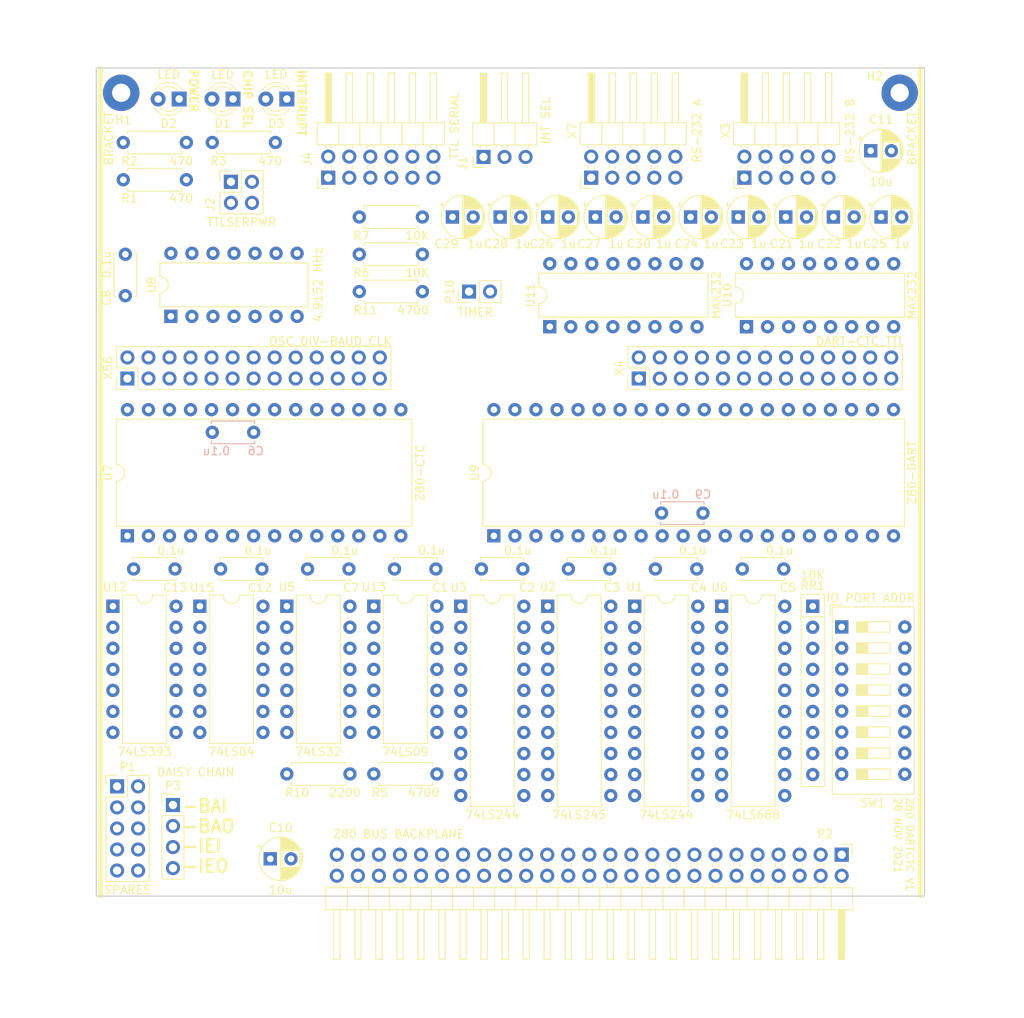
<source format=kicad_pcb>
(kicad_pcb (version 20171130) (host pcbnew "(5.1.10)-1")
  (layers (0 F.Cu signal) (31 B.Cu signal) (34 B.Paste user) (35 F.Paste user) (36 B.SilkS user) (37 F.SilkS user) (38 B.Mask user) (39 F.Mask user) (44 Edge.Cuts user))
  (net 0 "")
  (net 1 GND)
  (net 2 /A7)
  (net 3 /A6)
  (net 4 /A5)
  (net 5 /D4)
  (net 6 /A4)
  (net 7 /D3)
  (net 8 /A3)
  (net 9 /D5)
  (net 10 /A2)
  (net 11 /D6)
  (net 12 /A1)
  (net 13 /A0)
  (net 14 /D2)
  (net 15 /D7)
  (net 16 /D0)
  (net 17 /D1)
  (net 18 /SPARE9)
  (net 19 /SPARE0)
  (net 20 /SPARE8)
  (net 21 /SPARE1)
  (net 22 /SPARE7)
  (net 23 /SPARE2)
  (net 24 /SPARE6)
  (net 25 /SPARE3)
  (net 26 /SPARE5)
  (net 27 /SPARE4)
  (net 28 /M1#)
  (net 29 /RESET#)
  (net 30 /WR#)
  (net 31 /RD#)
  (net 32 /IORQ#)
  (net 33 /bIORQ#)
  (net 34 /bM1#)
  (net 35 /bA7)
  (net 36 /bA6)
  (net 37 /bA5)
  (net 38 /bA4)
  (net 39 /bA3)
  (net 40 /bA2)
  (net 41 /bA1)
  (net 42 /bA0)
  (net 43 "Net-(RR1-Pad2)")
  (net 44 "Net-(RR1-Pad3)")
  (net 45 "Net-(RR1-Pad4)")
  (net 46 "Net-(RR1-Pad5)")
  (net 47 "Net-(RR1-Pad6)")
  (net 48 "Net-(RR1-Pad7)")
  (net 49 "Net-(RR1-Pad8)")
  (net 50 "Net-(RR1-Pad9)")
  (net 51 /bD5)
  (net 52 /bD4)
  (net 53 /bD3)
  (net 54 /bD2)
  (net 55 /bD1)
  (net 56 /bD0)
  (net 57 /bRESET#)
  (net 58 /bD7)
  (net 59 /bD6)
  (net 60 /bRD#)
  (net 61 /INT#)
  (net 62 "Net-(D1-Pad2)")
  (net 63 /688SEL#)
  (net 64 "Net-(D1-Pad1)")
  (net 65 "Net-(D2-Pad2)")
  (net 66 /NMI#)
  (net 67 +5V)
  (net 68 "Net-(C21-Pad2)")
  (net 69 "Net-(C21-Pad1)")
  (net 70 "Net-(C22-Pad2)")
  (net 71 "Net-(C22-Pad1)")
  (net 72 "Net-(C23-Pad1)")
  (net 73 "Net-(C25-Pad2)")
  (net 74 "Net-(C26-Pad2)")
  (net 75 "Net-(C26-Pad1)")
  (net 76 "Net-(C27-Pad2)")
  (net 77 "Net-(C27-Pad1)")
  (net 78 "Net-(C28-Pad1)")
  (net 79 "Net-(C30-Pad2)")
  (net 80 /IEI#)
  (net 81 /bINT#)
  (net 82 /IEO_CTC)
  (net 83 /CTC_TG0)
  (net 84 /CTC_ZC2)
  (net 85 /CTC_TG1)
  (net 86 /CTC_ZC1)
  (net 87 /CTC_TG2)
  (net 88 /CTC_ZC0)
  (net 89 /CTC_TG3)
  (net 90 /CS_CTC#)
  (net 91 /bCLK)
  (net 92 /DCDA#)
  (net 93 /CTSA#)
  (net 94 /RTSA#)
  (net 95 /DTRA#)
  (net 96 /CS_DART#)
  (net 97 /TXDA)
  (net 98 /TXCA#)
  (net 99 /RXCA#)
  (net 100 /RXDA)
  (net 101 /RIA#)
  (net 102 /W#-RDYB#)
  (net 103 /W#-RDYA#)
  (net 104 /RIB#)
  (net 105 /RXDB)
  (net 106 /RXTXCB#)
  (net 107 /IEO_DART)
  (net 108 /TXDB)
  (net 109 /DTRB#)
  (net 110 /RTSB#)
  (net 111 /CTSB#)
  (net 112 /DCDB#)
  (net 113 /Q3A)
  (net 114 /Q2A)
  (net 115 /Q0B)
  (net 116 /Q1A)
  (net 117 /Q1B)
  (net 118 /Q0A)
  (net 119 /Q2B)
  (net 120 /Q3B)
  (net 121 /CPA)
  (net 122 /IEO#)
  (net 123 /IA)
  (net 124 /CLK)
  (net 125 "Net-(U5-Pad10)")
  (net 126 /CLK_4.9152MHz)
  (net 127 /CTSB_IN)
  (net 128 /RTSB_OUT)
  (net 129 /TXDB_OUT#)
  (net 130 /RXDB_IN#)
  (net 131 /CTSA_IN)
  (net 132 /RTSA_OUT)
  (net 133 /TXDA_OUT#)
  (net 134 /RXDA_IN#)
  (net 135 /PHI_X)
  (net 136 "Net-(J1-Pad2)")
  (net 137 "Net-(U15-Pad2)")
  (net 138 /CS_CTCDART#)
  (net 139 /PWRB)
  (net 140 /PWRA)
  (net 141 "Net-(D3-Pad2)")
  (net 142 "Net-(D3-Pad1)")
  (module Resistor_THT:R_Axial_DIN0207_L6.3mm_D2.5mm_P7.62mm_Horizontal (layer F.Cu) (at 59 55)
    (fp_text reference R3 (at 0.75 2.25) (layer F.SilkS))
    (fp_text value 470 (at 7 2.25) (layer F.SilkS))
    (pad 2 thru_hole oval (at 7.62 0) (size 1.6 1.6) (drill 0.8) (layers *.Cu *.Mask) (net 67 +5V))
    (pad 1 thru_hole circle (at 0 0) (size 1.6 1.6) (drill 0.8) (layers *.Cu *.Mask) (net 141 "Net-(D3-Pad2)"))
  )
  (module LED_THT:LED_D3.0mm (layer F.Cu) (at 68 49.75 180)
    (fp_text reference D3 (at 1.27 -2.96) (layer F.SilkS))
    (fp_text value LED (at 1.27 2.96) (layer F.SilkS))
    (pad 2 thru_hole circle (at 2.54 0 180) (size 1.8 1.8) (drill 0.9) (layers *.Cu *.Mask) (net 141 "Net-(D3-Pad2)"))
    (pad 1 thru_hole rect (at 0 0 180) (size 1.8 1.8) (drill 0.9) (layers *.Cu *.Mask) (net 142 "Net-(D3-Pad1)"))
  )
  (module Connector_PinHeader_2.54mm:PinHeader_2x02_P2.54mm_Vertical (layer F.Cu) (at 61.25 59.75)
    (fp_text reference J2 (at -2.5 2.75 90) (layer F.SilkS))
    (fp_text value TTLSERPWR (at 1.27 4.87) (layer F.SilkS))
    (pad 4 thru_hole oval (at 2.54 2.54) (size 1.7 1.7) (drill 1) (layers *.Cu *.Mask) (net 139 /PWRB))
    (pad 3 thru_hole oval (at 0 2.54) (size 1.7 1.7) (drill 1) (layers *.Cu *.Mask) (net 67 +5V))
    (pad 2 thru_hole oval (at 2.54 0) (size 1.7 1.7) (drill 1) (layers *.Cu *.Mask) (net 140 /PWRA))
    (pad 1 thru_hole rect (at 0 0) (size 1.7 1.7) (drill 1) (layers *.Cu *.Mask) (net 67 +5V))
  )
  (module Connector_PinHeader_2.54mm:PinHeader_2x13_P2.54mm_Vertical (layer F.Cu) (at 48.75 83.5 90)
    (fp_text reference X56 (at 1.27 -2.33 90) (layer F.SilkS))
    (fp_text value OSC_DIV-BAUD_CLK (at 4.5 24.5 180) (layer F.SilkS))
    (pad 26 thru_hole oval (at 2.54 30.48 90) (size 1.7 1.7) (drill 1) (layers *.Cu *.Mask) (net 121 /CPA))
    (pad 25 thru_hole oval (at 0 30.48 90) (size 1.7 1.7) (drill 1) (layers *.Cu *.Mask) (net 126 /CLK_4.9152MHz))
    (pad 24 thru_hole oval (at 2.54 27.94 90) (size 1.7 1.7) (drill 1) (layers *.Cu *.Mask) (net 91 /bCLK))
    (pad 23 thru_hole oval (at 0 27.94 90) (size 1.7 1.7) (drill 1) (layers *.Cu *.Mask) (net 118 /Q0A))
    (pad 22 thru_hole oval (at 2.54 25.4 90) (size 1.7 1.7) (drill 1) (layers *.Cu *.Mask) (net 116 /Q1A))
    (pad 21 thru_hole oval (at 0 25.4 90) (size 1.7 1.7) (drill 1) (layers *.Cu *.Mask) (net 135 /PHI_X))
    (pad 20 thru_hole oval (at 2.54 22.86 90) (size 1.7 1.7) (drill 1) (layers *.Cu *.Mask) (net 113 /Q3A))
    (pad 19 thru_hole oval (at 0 22.86 90) (size 1.7 1.7) (drill 1) (layers *.Cu *.Mask) (net 114 /Q2A))
    (pad 18 thru_hole oval (at 2.54 20.32 90) (size 1.7 1.7) (drill 1) (layers *.Cu *.Mask) (net 135 /PHI_X))
    (pad 17 thru_hole oval (at 0 20.32 90) (size 1.7 1.7) (drill 1) (layers *.Cu *.Mask) (net 115 /Q0B))
    (pad 16 thru_hole oval (at 2.54 17.78 90) (size 1.7 1.7) (drill 1) (layers *.Cu *.Mask) (net 117 /Q1B))
    (pad 15 thru_hole oval (at 0 17.78 90) (size 1.7 1.7) (drill 1) (layers *.Cu *.Mask) (net 119 /Q2B))
    (pad 14 thru_hole oval (at 2.54 15.24 90) (size 1.7 1.7) (drill 1) (layers *.Cu *.Mask) (net 120 /Q3B))
    (pad 13 thru_hole oval (at 0 15.24 90) (size 1.7 1.7) (drill 1) (layers *.Cu *.Mask) (net 135 /PHI_X))
    (pad 12 thru_hole oval (at 2.54 12.7 90) (size 1.7 1.7) (drill 1) (layers *.Cu *.Mask))
    (pad 11 thru_hole oval (at 0 12.7 90) (size 1.7 1.7) (drill 1) (layers *.Cu *.Mask))
    (pad 10 thru_hole oval (at 2.54 10.16 90) (size 1.7 1.7) (drill 1) (layers *.Cu *.Mask) (net 106 /RXTXCB#))
    (pad 9 thru_hole oval (at 0 10.16 90) (size 1.7 1.7) (drill 1) (layers *.Cu *.Mask) (net 86 /CTC_ZC1))
    (pad 8 thru_hole oval (at 2.54 7.62 90) (size 1.7 1.7) (drill 1) (layers *.Cu *.Mask) (net 135 /PHI_X))
    (pad 7 thru_hole oval (at 0 7.62 90) (size 1.7 1.7) (drill 1) (layers *.Cu *.Mask) (net 135 /PHI_X))
    (pad 6 thru_hole oval (at 2.54 5.08 90) (size 1.7 1.7) (drill 1) (layers *.Cu *.Mask) (net 88 /CTC_ZC0))
    (pad 5 thru_hole oval (at 0 5.08 90) (size 1.7 1.7) (drill 1) (layers *.Cu *.Mask) (net 98 /TXCA#))
    (pad 4 thru_hole oval (at 2.54 2.54 90) (size 1.7 1.7) (drill 1) (layers *.Cu *.Mask) (net 135 /PHI_X))
    (pad 3 thru_hole oval (at 0 2.54 90) (size 1.7 1.7) (drill 1) (layers *.Cu *.Mask) (net 135 /PHI_X))
    (pad 2 thru_hole oval (at 2.54 0 90) (size 1.7 1.7) (drill 1) (layers *.Cu *.Mask) (net 83 /CTC_TG0))
    (pad 1 thru_hole rect (at 0 0 90) (size 1.7 1.7) (drill 1) (layers *.Cu *.Mask) (net 85 /CTC_TG1))
  )
  (module Connector_PinHeader_2.54mm:PinHeader_2x06_P2.54mm_Horizontal (layer F.Cu) (at 73 59.25 90)
    (fp_text reference J4 (at 2.25 -2.5 90) (layer F.SilkS))
    (fp_text value "TTL SERIAL" (at 6.25 15.25 90) (layer F.SilkS))
    (pad 12 thru_hole oval (at 2.54 12.7 90) (size 1.7 1.7) (drill 1) (layers *.Cu *.Mask) (net 111 /CTSB#))
    (pad 11 thru_hole oval (at 0 12.7 90) (size 1.7 1.7) (drill 1) (layers *.Cu *.Mask) (net 93 /CTSA#))
    (pad 10 thru_hole oval (at 2.54 10.16 90) (size 1.7 1.7) (drill 1) (layers *.Cu *.Mask) (net 108 /TXDB))
    (pad 9 thru_hole oval (at 0 10.16 90) (size 1.7 1.7) (drill 1) (layers *.Cu *.Mask) (net 97 /TXDA))
    (pad 8 thru_hole oval (at 2.54 7.62 90) (size 1.7 1.7) (drill 1) (layers *.Cu *.Mask) (net 105 /RXDB))
    (pad 7 thru_hole oval (at 0 7.62 90) (size 1.7 1.7) (drill 1) (layers *.Cu *.Mask) (net 100 /RXDA))
    (pad 6 thru_hole oval (at 2.54 5.08 90) (size 1.7 1.7) (drill 1) (layers *.Cu *.Mask) (net 139 /PWRB))
    (pad 5 thru_hole oval (at 0 5.08 90) (size 1.7 1.7) (drill 1) (layers *.Cu *.Mask) (net 140 /PWRA))
    (pad 4 thru_hole oval (at 2.54 2.54 90) (size 1.7 1.7) (drill 1) (layers *.Cu *.Mask) (net 110 /RTSB#))
    (pad 3 thru_hole oval (at 0 2.54 90) (size 1.7 1.7) (drill 1) (layers *.Cu *.Mask) (net 94 /RTSA#))
    (pad 2 thru_hole oval (at 2.54 0 90) (size 1.7 1.7) (drill 1) (layers *.Cu *.Mask) (net 1 GND))
    (pad 1 thru_hole rect (at 0 0 90) (size 1.7 1.7) (drill 1) (layers *.Cu *.Mask) (net 1 GND))
  )
  (module Package_DIP:DIP-14_W7.62mm (layer F.Cu) (at 47 111)
    (fp_text reference U12 (at 0.25 -2.33) (layer F.SilkS))
    (fp_text value 74LS393 (at 3.81 17.57) (layer F.SilkS))
    (pad 14 thru_hole oval (at 7.62 0) (size 1.6 1.6) (drill 0.8) (layers *.Cu *.Mask) (net 67 +5V))
    (pad 7 thru_hole oval (at 0 15.24) (size 1.6 1.6) (drill 0.8) (layers *.Cu *.Mask) (net 1 GND))
    (pad 13 thru_hole oval (at 7.62 2.54) (size 1.6 1.6) (drill 0.8) (layers *.Cu *.Mask) (net 113 /Q3A))
    (pad 6 thru_hole oval (at 0 12.7) (size 1.6 1.6) (drill 0.8) (layers *.Cu *.Mask) (net 113 /Q3A))
    (pad 12 thru_hole oval (at 7.62 5.08) (size 1.6 1.6) (drill 0.8) (layers *.Cu *.Mask) (net 1 GND))
    (pad 5 thru_hole oval (at 0 10.16) (size 1.6 1.6) (drill 0.8) (layers *.Cu *.Mask) (net 114 /Q2A))
    (pad 11 thru_hole oval (at 7.62 7.62) (size 1.6 1.6) (drill 0.8) (layers *.Cu *.Mask) (net 115 /Q0B))
    (pad 4 thru_hole oval (at 0 7.62) (size 1.6 1.6) (drill 0.8) (layers *.Cu *.Mask) (net 116 /Q1A))
    (pad 10 thru_hole oval (at 7.62 10.16) (size 1.6 1.6) (drill 0.8) (layers *.Cu *.Mask) (net 117 /Q1B))
    (pad 3 thru_hole oval (at 0 5.08) (size 1.6 1.6) (drill 0.8) (layers *.Cu *.Mask) (net 118 /Q0A))
    (pad 9 thru_hole oval (at 7.62 12.7) (size 1.6 1.6) (drill 0.8) (layers *.Cu *.Mask) (net 119 /Q2B))
    (pad 2 thru_hole oval (at 0 2.54) (size 1.6 1.6) (drill 0.8) (layers *.Cu *.Mask) (net 1 GND))
    (pad 8 thru_hole oval (at 7.62 15.24) (size 1.6 1.6) (drill 0.8) (layers *.Cu *.Mask) (net 120 /Q3B))
    (pad 1 thru_hole rect (at 0 0) (size 1.6 1.6) (drill 0.8) (layers *.Cu *.Mask) (net 121 /CPA))
  )
  (module Capacitor_THT:C_Disc_D5.0mm_W2.5mm_P5.00mm (layer F.Cu) (at 49.5 106.5)
    (fp_text reference C13 (at 5 2.25) (layer F.SilkS))
    (fp_text value 0.1u (at 4.5 -2.25) (layer F.SilkS))
    (pad 2 thru_hole circle (at 5 0) (size 1.6 1.6) (drill 0.8) (layers *.Cu *.Mask) (net 1 GND))
    (pad 1 thru_hole circle (at 0 0) (size 1.6 1.6) (drill 0.8) (layers *.Cu *.Mask) (net 67 +5V))
  )
  (module Capacitor_THT:C_Disc_D5.0mm_W2.5mm_P5.00mm (layer F.Cu) (at 60 106.5)
    (fp_text reference C12 (at 4.75 2.25) (layer F.SilkS))
    (fp_text value 0.1u (at 4.5 -2.25) (layer F.SilkS))
    (pad 2 thru_hole circle (at 5 0) (size 1.6 1.6) (drill 0.8) (layers *.Cu *.Mask) (net 1 GND))
    (pad 1 thru_hole circle (at 0 0) (size 1.6 1.6) (drill 0.8) (layers *.Cu *.Mask) (net 67 +5V))
  )
  (module Resistor_THT:R_Axial_DIN0207_L6.3mm_D2.5mm_P7.62mm_Horizontal (layer F.Cu) (at 78.5 131.25)
    (fp_text reference R5 (at 0.75 2.25) (layer F.SilkS))
    (fp_text value 4700 (at 6 2.25) (layer F.SilkS))
    (pad 2 thru_hole oval (at 7.62 0) (size 1.6 1.6) (drill 0.8) (layers *.Cu *.Mask) (net 67 +5V))
    (pad 1 thru_hole circle (at 0 0) (size 1.6 1.6) (drill 0.8) (layers *.Cu *.Mask) (net 80 /IEI#))
  )
  (module Package_DIP:DIP-14_W7.62mm (layer F.Cu) (at 54 76 90)
    (fp_text reference U8 (at 3.81 -2.33 90) (layer F.SilkS))
    (fp_text value "4.9152 MHz" (at 3.81 17.75 90) (layer F.SilkS))
    (pad 14 thru_hole oval (at 7.62 0 90) (size 1.6 1.6) (drill 0.8) (layers *.Cu *.Mask) (net 67 +5V))
    (pad 7 thru_hole oval (at 0 15.24 90) (size 1.6 1.6) (drill 0.8) (layers *.Cu *.Mask) (net 1 GND))
    (pad 13 thru_hole oval (at 7.62 2.54 90) (size 1.6 1.6) (drill 0.8) (layers *.Cu *.Mask))
    (pad 6 thru_hole oval (at 0 12.7 90) (size 1.6 1.6) (drill 0.8) (layers *.Cu *.Mask))
    (pad 12 thru_hole oval (at 7.62 5.08 90) (size 1.6 1.6) (drill 0.8) (layers *.Cu *.Mask))
    (pad 5 thru_hole oval (at 0 10.16 90) (size 1.6 1.6) (drill 0.8) (layers *.Cu *.Mask))
    (pad 11 thru_hole oval (at 7.62 7.62 90) (size 1.6 1.6) (drill 0.8) (layers *.Cu *.Mask) (net 125 "Net-(U5-Pad10)"))
    (pad 4 thru_hole oval (at 0 7.62 90) (size 1.6 1.6) (drill 0.8) (layers *.Cu *.Mask) (net 1 GND))
    (pad 10 thru_hole oval (at 7.62 10.16 90) (size 1.6 1.6) (drill 0.8) (layers *.Cu *.Mask))
    (pad 3 thru_hole oval (at 0 5.08 90) (size 1.6 1.6) (drill 0.8) (layers *.Cu *.Mask))
    (pad 9 thru_hole oval (at 7.62 12.7 90) (size 1.6 1.6) (drill 0.8) (layers *.Cu *.Mask))
    (pad 2 thru_hole oval (at 0 2.54 90) (size 1.6 1.6) (drill 0.8) (layers *.Cu *.Mask))
    (pad 8 thru_hole oval (at 7.62 15.24 90) (size 1.6 1.6) (drill 0.8) (layers *.Cu *.Mask) (net 125 "Net-(U5-Pad10)"))
    (pad 1 thru_hole rect (at 0 0 90) (size 1.6 1.6) (drill 0.8) (layers *.Cu *.Mask) (net 67 +5V))
  )
  (module Resistor_THT:R_Axial_DIN0207_L6.3mm_D2.5mm_P7.62mm_Horizontal (layer F.Cu) (at 48.25 59.5)
    (fp_text reference R1 (at 0.75 2.25) (layer F.SilkS))
    (fp_text value 470 (at 7 2.25) (layer F.SilkS))
    (pad 2 thru_hole oval (at 7.62 0) (size 1.6 1.6) (drill 0.8) (layers *.Cu *.Mask) (net 67 +5V))
    (pad 1 thru_hole circle (at 0 0) (size 1.6 1.6) (drill 0.8) (layers *.Cu *.Mask) (net 62 "Net-(D1-Pad2)"))
  )
  (module Resistor_THT:R_Axial_DIN0207_L6.3mm_D2.5mm_P7.62mm_Horizontal (layer F.Cu) (at 48.25 55)
    (fp_text reference R2 (at 0.75 2.25) (layer F.SilkS))
    (fp_text value 470 (at 7 2.25) (layer F.SilkS))
    (pad 2 thru_hole oval (at 7.62 0) (size 1.6 1.6) (drill 0.8) (layers *.Cu *.Mask) (net 67 +5V))
    (pad 1 thru_hole circle (at 0 0) (size 1.6 1.6) (drill 0.8) (layers *.Cu *.Mask) (net 65 "Net-(D2-Pad2)"))
  )
  (module Resistor_THT:R_Axial_DIN0207_L6.3mm_D2.5mm_P7.62mm_Horizontal (layer F.Cu) (at 76.75 73)
    (fp_text reference R11 (at 0.75 2.25) (layer F.SilkS))
    (fp_text value 4700 (at 6.5 2.25) (layer F.SilkS))
    (pad 2 thru_hole oval (at 7.62 0) (size 1.6 1.6) (drill 0.8) (layers *.Cu *.Mask) (net 67 +5V))
    (pad 1 thru_hole circle (at 0 0) (size 1.6 1.6) (drill 0.8) (layers *.Cu *.Mask) (net 81 /bINT#))
  )
  (module Resistor_THT:R_Axial_DIN0207_L6.3mm_D2.5mm_P7.62mm_Horizontal (layer F.Cu) (at 76.75 64)
    (fp_text reference R7 (at 0.25 2.25) (layer F.SilkS))
    (fp_text value 10K (at 7 2.25) (layer F.SilkS))
    (pad 2 thru_hole oval (at 7.62 0) (size 1.6 1.6) (drill 0.8) (layers *.Cu *.Mask) (net 67 +5V))
    (pad 1 thru_hole circle (at 0 0) (size 1.6 1.6) (drill 0.8) (layers *.Cu *.Mask) (net 107 /IEO_DART))
  )
  (module Resistor_THT:R_Axial_DIN0207_L6.3mm_D2.5mm_P7.62mm_Horizontal (layer F.Cu) (at 76.75 68.5)
    (fp_text reference R6 (at 0.25 2.25) (layer F.SilkS))
    (fp_text value 10K (at 7 2.25) (layer F.SilkS))
    (pad 2 thru_hole oval (at 7.62 0) (size 1.6 1.6) (drill 0.8) (layers *.Cu *.Mask) (net 67 +5V))
    (pad 1 thru_hole circle (at 0 0) (size 1.6 1.6) (drill 0.8) (layers *.Cu *.Mask) (net 82 /IEO_CTC))
  )
  (module Capacitor_THT:CP_Radial_D5.0mm_P2.50mm (layer F.Cu) (at 138.5 56)
    (fp_text reference C11 (at 1.25 -3.75) (layer F.SilkS))
    (fp_text value 10u (at 1.25 3.75) (layer F.SilkS))
    (pad 1 thru_hole rect (at 0 0) (size 1.6 1.6) (drill 0.8) (layers *.Cu *.Mask) (net 67 +5V))
    (pad 2 thru_hole circle (at 2.5 0) (size 1.6 1.6) (drill 0.8) (layers *.Cu *.Mask) (net 1 GND))
  )
  (module Capacitor_THT:C_Disc_D5.0mm_W2.5mm_P5.00mm (layer F.Cu) (at 48.5 68.5 270)
    (fp_text reference C8 (at 5.25 2.25 270) (layer F.SilkS))
    (fp_text value 0.1u (at 1.25 2.25 270) (layer F.SilkS))
    (pad 1 thru_hole circle (at 0 0 270) (size 1.6 1.6) (drill 0.8) (layers *.Cu *.Mask) (net 67 +5V))
    (pad 2 thru_hole circle (at 5 0 270) (size 1.6 1.6) (drill 0.8) (layers *.Cu *.Mask) (net 1 GND))
  )
  (module Capacitor_THT:CP_Radial_D5.0mm_P2.50mm (layer F.Cu) (at 66 141.5)
    (fp_text reference C10 (at 1.25 -3.75) (layer F.SilkS))
    (fp_text value 10u (at 1.25 3.75) (layer F.SilkS))
    (pad 1 thru_hole rect (at 0 0) (size 1.6 1.6) (drill 0.8) (layers *.Cu *.Mask) (net 67 +5V))
    (pad 2 thru_hole circle (at 2.5 0) (size 1.6 1.6) (drill 0.8) (layers *.Cu *.Mask) (net 1 GND))
  )
  (module Capacitor_THT:C_Disc_D5.0mm_W2.5mm_P5.00mm (layer B.Cu) (at 113.25 99.75)
    (fp_text reference C9 (at 5 -2.25) (layer B.SilkS) (effects (justify mirror)))
    (fp_text value 0.1u (at 0.5 -2.25) (layer B.SilkS) (effects (justify mirror)))
    (pad 1 thru_hole circle (at 0 0) (size 1.6 1.6) (drill 0.8) (layers *.Cu *.Mask) (net 67 +5V))
    (pad 2 thru_hole circle (at 5 0) (size 1.6 1.6) (drill 0.8) (layers *.Cu *.Mask) (net 1 GND))
  )
  (module Connector_PinHeader_2.54mm:PinHeader_2x05_P2.54mm_Vertical (layer F.Cu) (at 47.5 132.75)
    (fp_text reference P1 (at 1.27 -2.33) (layer F.SilkS))
    (fp_text value SPARES (at 1.27 12.49) (layer F.SilkS))
    (pad 10 thru_hole oval (at 2.54 10.16) (size 1.7 1.7) (drill 1) (layers *.Cu *.Mask) (net 18 /SPARE9))
    (pad 9 thru_hole oval (at 0 10.16) (size 1.7 1.7) (drill 1) (layers *.Cu *.Mask) (net 20 /SPARE8))
    (pad 8 thru_hole oval (at 2.54 7.62) (size 1.7 1.7) (drill 1) (layers *.Cu *.Mask) (net 22 /SPARE7))
    (pad 7 thru_hole oval (at 0 7.62) (size 1.7 1.7) (drill 1) (layers *.Cu *.Mask) (net 24 /SPARE6))
    (pad 6 thru_hole oval (at 2.54 5.08) (size 1.7 1.7) (drill 1) (layers *.Cu *.Mask) (net 26 /SPARE5))
    (pad 5 thru_hole oval (at 0 5.08) (size 1.7 1.7) (drill 1) (layers *.Cu *.Mask) (net 27 /SPARE4))
    (pad 4 thru_hole oval (at 2.54 2.54) (size 1.7 1.7) (drill 1) (layers *.Cu *.Mask) (net 25 /SPARE3))
    (pad 3 thru_hole oval (at 0 2.54) (size 1.7 1.7) (drill 1) (layers *.Cu *.Mask) (net 23 /SPARE2))
    (pad 2 thru_hole oval (at 2.54 0) (size 1.7 1.7) (drill 1) (layers *.Cu *.Mask) (net 21 /SPARE1))
    (pad 1 thru_hole rect (at 0 0) (size 1.7 1.7) (drill 1) (layers *.Cu *.Mask) (net 19 /SPARE0))
  )
  (module Package_DIP:DIP-14_W7.62mm (layer F.Cu) (at 57.5 111)
    (fp_text reference U15 (at 0.25 -2.25) (layer F.SilkS))
    (fp_text value 74LS04 (at 3.81 17.57) (layer F.SilkS))
    (pad 14 thru_hole oval (at 7.62 0) (size 1.6 1.6) (drill 0.8) (layers *.Cu *.Mask) (net 67 +5V))
    (pad 7 thru_hole oval (at 0 15.24) (size 1.6 1.6) (drill 0.8) (layers *.Cu *.Mask) (net 1 GND))
    (pad 13 thru_hole oval (at 7.62 2.54) (size 1.6 1.6) (drill 0.8) (layers *.Cu *.Mask))
    (pad 6 thru_hole oval (at 0 12.7) (size 1.6 1.6) (drill 0.8) (layers *.Cu *.Mask))
    (pad 12 thru_hole oval (at 7.62 5.08) (size 1.6 1.6) (drill 0.8) (layers *.Cu *.Mask))
    (pad 5 thru_hole oval (at 0 10.16) (size 1.6 1.6) (drill 0.8) (layers *.Cu *.Mask))
    (pad 11 thru_hole oval (at 7.62 7.62) (size 1.6 1.6) (drill 0.8) (layers *.Cu *.Mask))
    (pad 4 thru_hole oval (at 0 7.62) (size 1.6 1.6) (drill 0.8) (layers *.Cu *.Mask) (net 123 /IA))
    (pad 10 thru_hole oval (at 7.62 10.16) (size 1.6 1.6) (drill 0.8) (layers *.Cu *.Mask))
    (pad 3 thru_hole oval (at 0 5.08) (size 1.6 1.6) (drill 0.8) (layers *.Cu *.Mask) (net 122 /IEO#))
    (pad 9 thru_hole oval (at 7.62 12.7) (size 1.6 1.6) (drill 0.8) (layers *.Cu *.Mask))
    (pad 2 thru_hole oval (at 0 2.54) (size 1.6 1.6) (drill 0.8) (layers *.Cu *.Mask) (net 137 "Net-(U15-Pad2)"))
    (pad 8 thru_hole oval (at 7.62 15.24) (size 1.6 1.6) (drill 0.8) (layers *.Cu *.Mask))
    (pad 1 thru_hole rect (at 0 0) (size 1.6 1.6) (drill 0.8) (layers *.Cu *.Mask) (net 40 /bA2))
  )
  (module Package_DIP:DIP-14_W7.62mm (layer F.Cu) (at 78.5 111)
    (fp_text reference U13 (at 0 -2.33) (layer F.SilkS))
    (fp_text value 74LS09 (at 3.81 17.57) (layer F.SilkS))
    (pad 14 thru_hole oval (at 7.62 0) (size 1.6 1.6) (drill 0.8) (layers *.Cu *.Mask) (net 67 +5V))
    (pad 7 thru_hole oval (at 0 15.24) (size 1.6 1.6) (drill 0.8) (layers *.Cu *.Mask) (net 1 GND))
    (pad 13 thru_hole oval (at 7.62 2.54) (size 1.6 1.6) (drill 0.8) (layers *.Cu *.Mask) (net 81 /bINT#))
    (pad 6 thru_hole oval (at 0 12.7) (size 1.6 1.6) (drill 0.8) (layers *.Cu *.Mask) (net 122 /IEO#))
    (pad 12 thru_hole oval (at 7.62 5.08) (size 1.6 1.6) (drill 0.8) (layers *.Cu *.Mask) (net 81 /bINT#))
    (pad 5 thru_hole oval (at 0 10.16) (size 1.6 1.6) (drill 0.8) (layers *.Cu *.Mask) (net 107 /IEO_DART))
    (pad 11 thru_hole oval (at 7.62 7.62) (size 1.6 1.6) (drill 0.8) (layers *.Cu *.Mask) (net 142 "Net-(D3-Pad1)"))
    (pad 4 thru_hole oval (at 0 7.62) (size 1.6 1.6) (drill 0.8) (layers *.Cu *.Mask) (net 82 /IEO_CTC))
    (pad 10 thru_hole oval (at 7.62 10.16) (size 1.6 1.6) (drill 0.8) (layers *.Cu *.Mask) (net 81 /bINT#))
    (pad 3 thru_hole oval (at 0 5.08) (size 1.6 1.6) (drill 0.8) (layers *.Cu *.Mask) (net 122 /IEO#))
    (pad 9 thru_hole oval (at 7.62 12.7) (size 1.6 1.6) (drill 0.8) (layers *.Cu *.Mask) (net 81 /bINT#))
    (pad 2 thru_hole oval (at 0 2.54) (size 1.6 1.6) (drill 0.8) (layers *.Cu *.Mask) (net 80 /IEI#))
    (pad 8 thru_hole oval (at 7.62 15.24) (size 1.6 1.6) (drill 0.8) (layers *.Cu *.Mask) (net 136 "Net-(J1-Pad2)"))
    (pad 1 thru_hole rect (at 0 0) (size 1.6 1.6) (drill 0.8) (layers *.Cu *.Mask) (net 80 /IEI#))
  )
  (module Package_DIP:DIP-40_W15.24mm (layer F.Cu) (at 93 102.5 90)
    (fp_text reference U9 (at 7.62 -2.33 90) (layer F.SilkS))
    (fp_text value Z80-DART (at 7.62 50.5 90) (layer F.SilkS))
    (pad 40 thru_hole oval (at 15.24 0 90) (size 1.6 1.6) (drill 0.8) (layers *.Cu *.Mask) (net 56 /bD0))
    (pad 20 thru_hole oval (at 0 48.26 90) (size 1.6 1.6) (drill 0.8) (layers *.Cu *.Mask) (net 91 /bCLK))
    (pad 39 thru_hole oval (at 15.24 2.54 90) (size 1.6 1.6) (drill 0.8) (layers *.Cu *.Mask) (net 54 /bD2))
    (pad 19 thru_hole oval (at 0 45.72 90) (size 1.6 1.6) (drill 0.8) (layers *.Cu *.Mask) (net 92 /DCDA#))
    (pad 38 thru_hole oval (at 15.24 5.08 90) (size 1.6 1.6) (drill 0.8) (layers *.Cu *.Mask) (net 52 /bD4))
    (pad 18 thru_hole oval (at 0 43.18 90) (size 1.6 1.6) (drill 0.8) (layers *.Cu *.Mask) (net 93 /CTSA#))
    (pad 37 thru_hole oval (at 15.24 7.62 90) (size 1.6 1.6) (drill 0.8) (layers *.Cu *.Mask) (net 59 /bD6))
    (pad 17 thru_hole oval (at 0 40.64 90) (size 1.6 1.6) (drill 0.8) (layers *.Cu *.Mask) (net 94 /RTSA#))
    (pad 36 thru_hole oval (at 15.24 10.16 90) (size 1.6 1.6) (drill 0.8) (layers *.Cu *.Mask) (net 33 /bIORQ#))
    (pad 16 thru_hole oval (at 0 38.1 90) (size 1.6 1.6) (drill 0.8) (layers *.Cu *.Mask) (net 95 /DTRA#))
    (pad 35 thru_hole oval (at 15.24 12.7 90) (size 1.6 1.6) (drill 0.8) (layers *.Cu *.Mask) (net 96 /CS_DART#))
    (pad 15 thru_hole oval (at 0 35.56 90) (size 1.6 1.6) (drill 0.8) (layers *.Cu *.Mask) (net 97 /TXDA))
    (pad 34 thru_hole oval (at 15.24 15.24 90) (size 1.6 1.6) (drill 0.8) (layers *.Cu *.Mask) (net 42 /bA0))
    (pad 14 thru_hole oval (at 0 33.02 90) (size 1.6 1.6) (drill 0.8) (layers *.Cu *.Mask) (net 98 /TXCA#))
    (pad 33 thru_hole oval (at 15.24 17.78 90) (size 1.6 1.6) (drill 0.8) (layers *.Cu *.Mask) (net 41 /bA1))
    (pad 13 thru_hole oval (at 0 30.48 90) (size 1.6 1.6) (drill 0.8) (layers *.Cu *.Mask) (net 99 /RXCA#))
    (pad 32 thru_hole oval (at 15.24 20.32 90) (size 1.6 1.6) (drill 0.8) (layers *.Cu *.Mask) (net 60 /bRD#))
    (pad 12 thru_hole oval (at 0 27.94 90) (size 1.6 1.6) (drill 0.8) (layers *.Cu *.Mask) (net 100 /RXDA))
    (pad 31 thru_hole oval (at 15.24 22.86 90) (size 1.6 1.6) (drill 0.8) (layers *.Cu *.Mask) (net 1 GND))
    (pad 11 thru_hole oval (at 0 25.4 90) (size 1.6 1.6) (drill 0.8) (layers *.Cu *.Mask) (net 101 /RIA#))
    (pad 30 thru_hole oval (at 15.24 25.4 90) (size 1.6 1.6) (drill 0.8) (layers *.Cu *.Mask) (net 102 /W#-RDYB#))
    (pad 10 thru_hole oval (at 0 22.86 90) (size 1.6 1.6) (drill 0.8) (layers *.Cu *.Mask) (net 103 /W#-RDYA#))
    (pad 29 thru_hole oval (at 15.24 27.94 90) (size 1.6 1.6) (drill 0.8) (layers *.Cu *.Mask) (net 104 /RIB#))
    (pad 9 thru_hole oval (at 0 20.32 90) (size 1.6 1.6) (drill 0.8) (layers *.Cu *.Mask) (net 67 +5V))
    (pad 28 thru_hole oval (at 15.24 30.48 90) (size 1.6 1.6) (drill 0.8) (layers *.Cu *.Mask) (net 105 /RXDB))
    (pad 8 thru_hole oval (at 0 17.78 90) (size 1.6 1.6) (drill 0.8) (layers *.Cu *.Mask) (net 34 /bM1#))
    (pad 27 thru_hole oval (at 15.24 33.02 90) (size 1.6 1.6) (drill 0.8) (layers *.Cu *.Mask) (net 106 /RXTXCB#))
    (pad 7 thru_hole oval (at 0 15.24 90) (size 1.6 1.6) (drill 0.8) (layers *.Cu *.Mask) (net 107 /IEO_DART))
    (pad 26 thru_hole oval (at 15.24 35.56 90) (size 1.6 1.6) (drill 0.8) (layers *.Cu *.Mask) (net 108 /TXDB))
    (pad 6 thru_hole oval (at 0 12.7 90) (size 1.6 1.6) (drill 0.8) (layers *.Cu *.Mask) (net 82 /IEO_CTC))
    (pad 25 thru_hole oval (at 15.24 38.1 90) (size 1.6 1.6) (drill 0.8) (layers *.Cu *.Mask) (net 109 /DTRB#))
    (pad 5 thru_hole oval (at 0 10.16 90) (size 1.6 1.6) (drill 0.8) (layers *.Cu *.Mask) (net 81 /bINT#))
    (pad 24 thru_hole oval (at 15.24 40.64 90) (size 1.6 1.6) (drill 0.8) (layers *.Cu *.Mask) (net 110 /RTSB#))
    (pad 4 thru_hole oval (at 0 7.62 90) (size 1.6 1.6) (drill 0.8) (layers *.Cu *.Mask) (net 58 /bD7))
    (pad 23 thru_hole oval (at 15.24 43.18 90) (size 1.6 1.6) (drill 0.8) (layers *.Cu *.Mask) (net 111 /CTSB#))
    (pad 3 thru_hole oval (at 0 5.08 90) (size 1.6 1.6) (drill 0.8) (layers *.Cu *.Mask) (net 51 /bD5))
    (pad 22 thru_hole oval (at 15.24 45.72 90) (size 1.6 1.6) (drill 0.8) (layers *.Cu *.Mask) (net 112 /DCDB#))
    (pad 2 thru_hole oval (at 0 2.54 90) (size 1.6 1.6) (drill 0.8) (layers *.Cu *.Mask) (net 53 /bD3))
    (pad 21 thru_hole oval (at 15.24 48.26 90) (size 1.6 1.6) (drill 0.8) (layers *.Cu *.Mask) (net 57 /bRESET#))
    (pad 1 thru_hole rect (at 0 0 90) (size 1.6 1.6) (drill 0.8) (layers *.Cu *.Mask) (net 55 /bD1))
  )
  (module Package_DIP:DIP-28_W15.24mm (layer F.Cu) (at 48.75 102.5 90)
    (fp_text reference U7 (at 7.62 -2.33 90) (layer F.SilkS))
    (fp_text value Z80-CTC (at 7.62 35.35 90) (layer F.SilkS))
    (pad 28 thru_hole oval (at 15.24 0 90) (size 1.6 1.6) (drill 0.8) (layers *.Cu *.Mask) (net 53 /bD3))
    (pad 14 thru_hole oval (at 0 33.02 90) (size 1.6 1.6) (drill 0.8) (layers *.Cu *.Mask) (net 34 /bM1#))
    (pad 27 thru_hole oval (at 15.24 2.54 90) (size 1.6 1.6) (drill 0.8) (layers *.Cu *.Mask) (net 54 /bD2))
    (pad 13 thru_hole oval (at 0 30.48 90) (size 1.6 1.6) (drill 0.8) (layers *.Cu *.Mask) (net 80 /IEI#))
    (pad 26 thru_hole oval (at 15.24 5.08 90) (size 1.6 1.6) (drill 0.8) (layers *.Cu *.Mask) (net 55 /bD1))
    (pad 12 thru_hole oval (at 0 27.94 90) (size 1.6 1.6) (drill 0.8) (layers *.Cu *.Mask) (net 81 /bINT#))
    (pad 25 thru_hole oval (at 15.24 7.62 90) (size 1.6 1.6) (drill 0.8) (layers *.Cu *.Mask) (net 56 /bD0))
    (pad 11 thru_hole oval (at 0 25.4 90) (size 1.6 1.6) (drill 0.8) (layers *.Cu *.Mask) (net 82 /IEO_CTC))
    (pad 24 thru_hole oval (at 15.24 10.16 90) (size 1.6 1.6) (drill 0.8) (layers *.Cu *.Mask) (net 67 +5V))
    (pad 10 thru_hole oval (at 0 22.86 90) (size 1.6 1.6) (drill 0.8) (layers *.Cu *.Mask) (net 33 /bIORQ#))
    (pad 23 thru_hole oval (at 15.24 12.7 90) (size 1.6 1.6) (drill 0.8) (layers *.Cu *.Mask) (net 83 /CTC_TG0))
    (pad 9 thru_hole oval (at 0 20.32 90) (size 1.6 1.6) (drill 0.8) (layers *.Cu *.Mask) (net 84 /CTC_ZC2))
    (pad 22 thru_hole oval (at 15.24 15.24 90) (size 1.6 1.6) (drill 0.8) (layers *.Cu *.Mask) (net 85 /CTC_TG1))
    (pad 8 thru_hole oval (at 0 17.78 90) (size 1.6 1.6) (drill 0.8) (layers *.Cu *.Mask) (net 86 /CTC_ZC1))
    (pad 21 thru_hole oval (at 15.24 17.78 90) (size 1.6 1.6) (drill 0.8) (layers *.Cu *.Mask) (net 87 /CTC_TG2))
    (pad 7 thru_hole oval (at 0 15.24 90) (size 1.6 1.6) (drill 0.8) (layers *.Cu *.Mask) (net 88 /CTC_ZC0))
    (pad 20 thru_hole oval (at 15.24 20.32 90) (size 1.6 1.6) (drill 0.8) (layers *.Cu *.Mask) (net 89 /CTC_TG3))
    (pad 6 thru_hole oval (at 0 12.7 90) (size 1.6 1.6) (drill 0.8) (layers *.Cu *.Mask) (net 60 /bRD#))
    (pad 19 thru_hole oval (at 15.24 22.86 90) (size 1.6 1.6) (drill 0.8) (layers *.Cu *.Mask) (net 41 /bA1))
    (pad 5 thru_hole oval (at 0 10.16 90) (size 1.6 1.6) (drill 0.8) (layers *.Cu *.Mask) (net 1 GND))
    (pad 18 thru_hole oval (at 15.24 25.4 90) (size 1.6 1.6) (drill 0.8) (layers *.Cu *.Mask) (net 42 /bA0))
    (pad 4 thru_hole oval (at 0 7.62 90) (size 1.6 1.6) (drill 0.8) (layers *.Cu *.Mask) (net 58 /bD7))
    (pad 17 thru_hole oval (at 15.24 27.94 90) (size 1.6 1.6) (drill 0.8) (layers *.Cu *.Mask) (net 57 /bRESET#))
    (pad 3 thru_hole oval (at 0 5.08 90) (size 1.6 1.6) (drill 0.8) (layers *.Cu *.Mask) (net 59 /bD6))
    (pad 16 thru_hole oval (at 15.24 30.48 90) (size 1.6 1.6) (drill 0.8) (layers *.Cu *.Mask) (net 90 /CS_CTC#))
    (pad 2 thru_hole oval (at 0 2.54 90) (size 1.6 1.6) (drill 0.8) (layers *.Cu *.Mask) (net 51 /bD5))
    (pad 15 thru_hole oval (at 15.24 33.02 90) (size 1.6 1.6) (drill 0.8) (layers *.Cu *.Mask) (net 91 /bCLK))
    (pad 1 thru_hole rect (at 0 0 90) (size 1.6 1.6) (drill 0.8) (layers *.Cu *.Mask) (net 52 /bD4))
  )
  (module Connector_PinHeader_2.54mm:PinHeader_1x03_P2.54mm_Horizontal (layer F.Cu) (at 91.75 56.75 90)
    (fp_text reference J1 (at -0.75 -2.5 90) (layer F.SilkS))
    (fp_text value "INT SEL" (at 4.385 7.5 90) (layer F.SilkS))
    (pad 3 thru_hole oval (at 0 5.08 90) (size 1.7 1.7) (drill 1) (layers *.Cu *.Mask) (net 66 /NMI#))
    (pad 2 thru_hole oval (at 0 2.54 90) (size 1.7 1.7) (drill 1) (layers *.Cu *.Mask) (net 136 "Net-(J1-Pad2)"))
    (pad 1 thru_hole rect (at 0 0 90) (size 1.7 1.7) (drill 1) (layers *.Cu *.Mask) (net 61 /INT#))
  )
  (module Connector_PinHeader_2.54mm:PinHeader_2x05_P2.54mm_Horizontal (layer F.Cu) (at 104.75 59.25 90)
    (fp_text reference X7 (at 5.655 -2.27 90) (layer F.SilkS))
    (fp_text value "RS-232 A" (at 5.655 12.75 90) (layer F.SilkS))
    (pad 10 thru_hole oval (at 2.54 10.16 90) (size 1.7 1.7) (drill 1) (layers *.Cu *.Mask))
    (pad 9 thru_hole oval (at 0 10.16 90) (size 1.7 1.7) (drill 1) (layers *.Cu *.Mask) (net 1 GND))
    (pad 8 thru_hole oval (at 2.54 7.62 90) (size 1.7 1.7) (drill 1) (layers *.Cu *.Mask))
    (pad 7 thru_hole oval (at 0 7.62 90) (size 1.7 1.7) (drill 1) (layers *.Cu *.Mask))
    (pad 6 thru_hole oval (at 2.54 5.08 90) (size 1.7 1.7) (drill 1) (layers *.Cu *.Mask) (net 131 /CTSA_IN))
    (pad 5 thru_hole oval (at 0 5.08 90) (size 1.7 1.7) (drill 1) (layers *.Cu *.Mask) (net 133 /TXDA_OUT#))
    (pad 4 thru_hole oval (at 2.54 2.54 90) (size 1.7 1.7) (drill 1) (layers *.Cu *.Mask) (net 132 /RTSA_OUT))
    (pad 3 thru_hole oval (at 0 2.54 90) (size 1.7 1.7) (drill 1) (layers *.Cu *.Mask) (net 134 /RXDA_IN#))
    (pad 2 thru_hole oval (at 2.54 0 90) (size 1.7 1.7) (drill 1) (layers *.Cu *.Mask))
    (pad 1 thru_hole rect (at 0 0 90) (size 1.7 1.7) (drill 1) (layers *.Cu *.Mask))
  )
  (module Connector_PinHeader_2.54mm:PinHeader_2x13_P2.54mm_Vertical (layer F.Cu) (at 110.5 83.5 90)
    (fp_text reference X4 (at 1.27 -2.33 90) (layer F.SilkS))
    (fp_text value DART-CTC_TTL (at 4.5 26.75 180) (layer F.SilkS))
    (pad 26 thru_hole oval (at 2.54 30.48 90) (size 1.7 1.7) (drill 1) (layers *.Cu *.Mask) (net 1 GND))
    (pad 25 thru_hole oval (at 0 30.48 90) (size 1.7 1.7) (drill 1) (layers *.Cu *.Mask) (net 1 GND))
    (pad 24 thru_hole oval (at 2.54 27.94 90) (size 1.7 1.7) (drill 1) (layers *.Cu *.Mask) (net 95 /DTRA#))
    (pad 23 thru_hole oval (at 0 27.94 90) (size 1.7 1.7) (drill 1) (layers *.Cu *.Mask) (net 92 /DCDA#))
    (pad 22 thru_hole oval (at 2.54 25.4 90) (size 1.7 1.7) (drill 1) (layers *.Cu *.Mask) (net 94 /RTSA#))
    (pad 21 thru_hole oval (at 0 25.4 90) (size 1.7 1.7) (drill 1) (layers *.Cu *.Mask) (net 93 /CTSA#))
    (pad 20 thru_hole oval (at 2.54 22.86 90) (size 1.7 1.7) (drill 1) (layers *.Cu *.Mask) (net 97 /TXDA))
    (pad 19 thru_hole oval (at 0 22.86 90) (size 1.7 1.7) (drill 1) (layers *.Cu *.Mask) (net 100 /RXDA))
    (pad 18 thru_hole oval (at 2.54 20.32 90) (size 1.7 1.7) (drill 1) (layers *.Cu *.Mask) (net 101 /RIA#))
    (pad 17 thru_hole oval (at 0 20.32 90) (size 1.7 1.7) (drill 1) (layers *.Cu *.Mask) (net 103 /W#-RDYA#))
    (pad 16 thru_hole oval (at 2.54 17.78 90) (size 1.7 1.7) (drill 1) (layers *.Cu *.Mask) (net 109 /DTRB#))
    (pad 15 thru_hole oval (at 0 17.78 90) (size 1.7 1.7) (drill 1) (layers *.Cu *.Mask) (net 112 /DCDB#))
    (pad 14 thru_hole oval (at 2.54 15.24 90) (size 1.7 1.7) (drill 1) (layers *.Cu *.Mask) (net 104 /RIB#))
    (pad 13 thru_hole oval (at 0 15.24 90) (size 1.7 1.7) (drill 1) (layers *.Cu *.Mask) (net 102 /W#-RDYB#))
    (pad 12 thru_hole oval (at 2.54 12.7 90) (size 1.7 1.7) (drill 1) (layers *.Cu *.Mask) (net 99 /RXCA#))
    (pad 11 thru_hole oval (at 0 12.7 90) (size 1.7 1.7) (drill 1) (layers *.Cu *.Mask))
    (pad 10 thru_hole oval (at 2.54 10.16 90) (size 1.7 1.7) (drill 1) (layers *.Cu *.Mask))
    (pad 9 thru_hole oval (at 0 10.16 90) (size 1.7 1.7) (drill 1) (layers *.Cu *.Mask) (net 89 /CTC_TG3))
    (pad 8 thru_hole oval (at 2.54 7.62 90) (size 1.7 1.7) (drill 1) (layers *.Cu *.Mask) (net 84 /CTC_ZC2))
    (pad 7 thru_hole oval (at 0 7.62 90) (size 1.7 1.7) (drill 1) (layers *.Cu *.Mask) (net 87 /CTC_TG2))
    (pad 6 thru_hole oval (at 2.54 5.08 90) (size 1.7 1.7) (drill 1) (layers *.Cu *.Mask) (net 86 /CTC_ZC1))
    (pad 5 thru_hole oval (at 0 5.08 90) (size 1.7 1.7) (drill 1) (layers *.Cu *.Mask) (net 85 /CTC_TG1))
    (pad 4 thru_hole oval (at 2.54 2.54 90) (size 1.7 1.7) (drill 1) (layers *.Cu *.Mask) (net 88 /CTC_ZC0))
    (pad 3 thru_hole oval (at 0 2.54 90) (size 1.7 1.7) (drill 1) (layers *.Cu *.Mask) (net 83 /CTC_TG0))
    (pad 2 thru_hole oval (at 2.54 0 90) (size 1.7 1.7) (drill 1) (layers *.Cu *.Mask) (net 67 +5V))
    (pad 1 thru_hole rect (at 0 0 90) (size 1.7 1.7) (drill 1) (layers *.Cu *.Mask) (net 67 +5V))
  )
  (module Connector_PinHeader_2.54mm:PinHeader_2x05_P2.54mm_Horizontal (layer F.Cu) (at 123.25 59.25 90)
    (fp_text reference X3 (at 5.655 -2.27 90) (layer F.SilkS))
    (fp_text value "RS-232 B" (at 5.655 12.75 90) (layer F.SilkS))
    (pad 10 thru_hole oval (at 2.54 10.16 90) (size 1.7 1.7) (drill 1) (layers *.Cu *.Mask))
    (pad 9 thru_hole oval (at 0 10.16 90) (size 1.7 1.7) (drill 1) (layers *.Cu *.Mask) (net 1 GND))
    (pad 8 thru_hole oval (at 2.54 7.62 90) (size 1.7 1.7) (drill 1) (layers *.Cu *.Mask))
    (pad 7 thru_hole oval (at 0 7.62 90) (size 1.7 1.7) (drill 1) (layers *.Cu *.Mask))
    (pad 6 thru_hole oval (at 2.54 5.08 90) (size 1.7 1.7) (drill 1) (layers *.Cu *.Mask) (net 127 /CTSB_IN))
    (pad 5 thru_hole oval (at 0 5.08 90) (size 1.7 1.7) (drill 1) (layers *.Cu *.Mask) (net 129 /TXDB_OUT#))
    (pad 4 thru_hole oval (at 2.54 2.54 90) (size 1.7 1.7) (drill 1) (layers *.Cu *.Mask) (net 128 /RTSB_OUT))
    (pad 3 thru_hole oval (at 0 2.54 90) (size 1.7 1.7) (drill 1) (layers *.Cu *.Mask) (net 130 /RXDB_IN#))
    (pad 2 thru_hole oval (at 2.54 0 90) (size 1.7 1.7) (drill 1) (layers *.Cu *.Mask))
    (pad 1 thru_hole rect (at 0 0 90) (size 1.7 1.7) (drill 1) (layers *.Cu *.Mask))
  )
  (module Package_DIP:DIP-16_W7.62mm (layer F.Cu) (at 99.75 77.25 90)
    (fp_text reference U11 (at 3.81 -2.33 90) (layer F.SilkS))
    (fp_text value MAX232 (at 3.81 20.11 90) (layer F.SilkS))
    (pad 16 thru_hole oval (at 7.62 0 90) (size 1.6 1.6) (drill 0.8) (layers *.Cu *.Mask) (net 67 +5V))
    (pad 8 thru_hole oval (at 0 17.78 90) (size 1.6 1.6) (drill 0.8) (layers *.Cu *.Mask) (net 131 /CTSA_IN))
    (pad 15 thru_hole oval (at 7.62 2.54 90) (size 1.6 1.6) (drill 0.8) (layers *.Cu *.Mask) (net 1 GND))
    (pad 7 thru_hole oval (at 0 15.24 90) (size 1.6 1.6) (drill 0.8) (layers *.Cu *.Mask) (net 132 /RTSA_OUT))
    (pad 14 thru_hole oval (at 7.62 5.08 90) (size 1.6 1.6) (drill 0.8) (layers *.Cu *.Mask) (net 133 /TXDA_OUT#))
    (pad 6 thru_hole oval (at 0 12.7 90) (size 1.6 1.6) (drill 0.8) (layers *.Cu *.Mask) (net 79 "Net-(C30-Pad2)"))
    (pad 13 thru_hole oval (at 7.62 7.62 90) (size 1.6 1.6) (drill 0.8) (layers *.Cu *.Mask) (net 134 /RXDA_IN#))
    (pad 5 thru_hole oval (at 0 10.16 90) (size 1.6 1.6) (drill 0.8) (layers *.Cu *.Mask) (net 76 "Net-(C27-Pad2)"))
    (pad 12 thru_hole oval (at 7.62 10.16 90) (size 1.6 1.6) (drill 0.8) (layers *.Cu *.Mask) (net 100 /RXDA))
    (pad 4 thru_hole oval (at 0 7.62 90) (size 1.6 1.6) (drill 0.8) (layers *.Cu *.Mask) (net 77 "Net-(C27-Pad1)"))
    (pad 11 thru_hole oval (at 7.62 12.7 90) (size 1.6 1.6) (drill 0.8) (layers *.Cu *.Mask) (net 97 /TXDA))
    (pad 3 thru_hole oval (at 0 5.08 90) (size 1.6 1.6) (drill 0.8) (layers *.Cu *.Mask) (net 74 "Net-(C26-Pad2)"))
    (pad 10 thru_hole oval (at 7.62 15.24 90) (size 1.6 1.6) (drill 0.8) (layers *.Cu *.Mask) (net 94 /RTSA#))
    (pad 2 thru_hole oval (at 0 2.54 90) (size 1.6 1.6) (drill 0.8) (layers *.Cu *.Mask) (net 78 "Net-(C28-Pad1)"))
    (pad 9 thru_hole oval (at 7.62 17.78 90) (size 1.6 1.6) (drill 0.8) (layers *.Cu *.Mask) (net 93 /CTSA#))
    (pad 1 thru_hole rect (at 0 0 90) (size 1.6 1.6) (drill 0.8) (layers *.Cu *.Mask) (net 75 "Net-(C26-Pad1)"))
  )
  (module Package_DIP:DIP-16_W7.62mm (layer F.Cu) (at 123.5 77.25 90)
    (fp_text reference U10 (at 3.81 -2.33 90) (layer F.SilkS))
    (fp_text value MAX232 (at 3.81 20 90) (layer F.SilkS))
    (pad 16 thru_hole oval (at 7.62 0 90) (size 1.6 1.6) (drill 0.8) (layers *.Cu *.Mask) (net 67 +5V))
    (pad 8 thru_hole oval (at 0 17.78 90) (size 1.6 1.6) (drill 0.8) (layers *.Cu *.Mask) (net 127 /CTSB_IN))
    (pad 15 thru_hole oval (at 7.62 2.54 90) (size 1.6 1.6) (drill 0.8) (layers *.Cu *.Mask) (net 1 GND))
    (pad 7 thru_hole oval (at 0 15.24 90) (size 1.6 1.6) (drill 0.8) (layers *.Cu *.Mask) (net 128 /RTSB_OUT))
    (pad 14 thru_hole oval (at 7.62 5.08 90) (size 1.6 1.6) (drill 0.8) (layers *.Cu *.Mask) (net 129 /TXDB_OUT#))
    (pad 6 thru_hole oval (at 0 12.7 90) (size 1.6 1.6) (drill 0.8) (layers *.Cu *.Mask) (net 73 "Net-(C25-Pad2)"))
    (pad 13 thru_hole oval (at 7.62 7.62 90) (size 1.6 1.6) (drill 0.8) (layers *.Cu *.Mask) (net 130 /RXDB_IN#))
    (pad 5 thru_hole oval (at 0 10.16 90) (size 1.6 1.6) (drill 0.8) (layers *.Cu *.Mask) (net 70 "Net-(C22-Pad2)"))
    (pad 12 thru_hole oval (at 7.62 10.16 90) (size 1.6 1.6) (drill 0.8) (layers *.Cu *.Mask) (net 105 /RXDB))
    (pad 4 thru_hole oval (at 0 7.62 90) (size 1.6 1.6) (drill 0.8) (layers *.Cu *.Mask) (net 71 "Net-(C22-Pad1)"))
    (pad 11 thru_hole oval (at 7.62 12.7 90) (size 1.6 1.6) (drill 0.8) (layers *.Cu *.Mask) (net 108 /TXDB))
    (pad 3 thru_hole oval (at 0 5.08 90) (size 1.6 1.6) (drill 0.8) (layers *.Cu *.Mask) (net 68 "Net-(C21-Pad2)"))
    (pad 10 thru_hole oval (at 7.62 15.24 90) (size 1.6 1.6) (drill 0.8) (layers *.Cu *.Mask) (net 110 /RTSB#))
    (pad 2 thru_hole oval (at 0 2.54 90) (size 1.6 1.6) (drill 0.8) (layers *.Cu *.Mask) (net 72 "Net-(C23-Pad1)"))
    (pad 9 thru_hole oval (at 7.62 17.78 90) (size 1.6 1.6) (drill 0.8) (layers *.Cu *.Mask) (net 111 /CTSB#))
    (pad 1 thru_hole rect (at 0 0 90) (size 1.6 1.6) (drill 0.8) (layers *.Cu *.Mask) (net 69 "Net-(C21-Pad1)"))
  )
  (module Package_DIP:DIP-20_W7.62mm (layer F.Cu) (at 120.5 111)
    (fp_text reference U6 (at -0.25 -2.25) (layer F.SilkS))
    (fp_text value 74LS688 (at 3.81 25.19) (layer F.SilkS))
    (pad 20 thru_hole oval (at 7.62 0) (size 1.6 1.6) (drill 0.8) (layers *.Cu *.Mask) (net 67 +5V))
    (pad 10 thru_hole oval (at 0 22.86) (size 1.6 1.6) (drill 0.8) (layers *.Cu *.Mask) (net 1 GND))
    (pad 19 thru_hole oval (at 7.62 2.54) (size 1.6 1.6) (drill 0.8) (layers *.Cu *.Mask) (net 138 /CS_CTCDART#))
    (pad 9 thru_hole oval (at 0 20.32) (size 1.6 1.6) (drill 0.8) (layers *.Cu *.Mask) (net 46 "Net-(RR1-Pad5)"))
    (pad 18 thru_hole oval (at 7.62 5.08) (size 1.6 1.6) (drill 0.8) (layers *.Cu *.Mask) (net 50 "Net-(RR1-Pad9)"))
    (pad 8 thru_hole oval (at 0 17.78) (size 1.6 1.6) (drill 0.8) (layers *.Cu *.Mask) (net 39 /bA3))
    (pad 17 thru_hole oval (at 7.62 7.62) (size 1.6 1.6) (drill 0.8) (layers *.Cu *.Mask) (net 35 /bA7))
    (pad 7 thru_hole oval (at 0 15.24) (size 1.6 1.6) (drill 0.8) (layers *.Cu *.Mask) (net 45 "Net-(RR1-Pad4)"))
    (pad 16 thru_hole oval (at 7.62 10.16) (size 1.6 1.6) (drill 0.8) (layers *.Cu *.Mask) (net 49 "Net-(RR1-Pad8)"))
    (pad 6 thru_hole oval (at 0 12.7) (size 1.6 1.6) (drill 0.8) (layers *.Cu *.Mask) (net 34 /bM1#))
    (pad 15 thru_hole oval (at 7.62 12.7) (size 1.6 1.6) (drill 0.8) (layers *.Cu *.Mask) (net 36 /bA6))
    (pad 5 thru_hole oval (at 0 10.16) (size 1.6 1.6) (drill 0.8) (layers *.Cu *.Mask) (net 44 "Net-(RR1-Pad3)"))
    (pad 14 thru_hole oval (at 7.62 15.24) (size 1.6 1.6) (drill 0.8) (layers *.Cu *.Mask) (net 48 "Net-(RR1-Pad7)"))
    (pad 4 thru_hole oval (at 0 7.62) (size 1.6 1.6) (drill 0.8) (layers *.Cu *.Mask) (net 34 /bM1#))
    (pad 13 thru_hole oval (at 7.62 17.78) (size 1.6 1.6) (drill 0.8) (layers *.Cu *.Mask) (net 37 /bA5))
    (pad 3 thru_hole oval (at 0 5.08) (size 1.6 1.6) (drill 0.8) (layers *.Cu *.Mask) (net 43 "Net-(RR1-Pad2)"))
    (pad 12 thru_hole oval (at 7.62 20.32) (size 1.6 1.6) (drill 0.8) (layers *.Cu *.Mask) (net 47 "Net-(RR1-Pad6)"))
    (pad 2 thru_hole oval (at 0 2.54) (size 1.6 1.6) (drill 0.8) (layers *.Cu *.Mask) (net 34 /bM1#))
    (pad 11 thru_hole oval (at 7.62 22.86) (size 1.6 1.6) (drill 0.8) (layers *.Cu *.Mask) (net 38 /bA4))
    (pad 1 thru_hole rect (at 0 0) (size 1.6 1.6) (drill 0.8) (layers *.Cu *.Mask) (net 63 /688SEL#))
  )
  (module Package_DIP:DIP-14_W7.62mm (layer F.Cu) (at 68 111)
    (fp_text reference U5 (at 0 -2.33) (layer F.SilkS))
    (fp_text value 74LS32 (at 3.81 17.57) (layer F.SilkS))
    (pad 14 thru_hole oval (at 7.62 0) (size 1.6 1.6) (drill 0.8) (layers *.Cu *.Mask) (net 67 +5V))
    (pad 7 thru_hole oval (at 0 15.24) (size 1.6 1.6) (drill 0.8) (layers *.Cu *.Mask) (net 1 GND))
    (pad 13 thru_hole oval (at 7.62 2.54) (size 1.6 1.6) (drill 0.8) (layers *.Cu *.Mask) (net 123 /IA))
    (pad 6 thru_hole oval (at 0 12.7) (size 1.6 1.6) (drill 0.8) (layers *.Cu *.Mask) (net 96 /CS_DART#))
    (pad 12 thru_hole oval (at 7.62 5.08) (size 1.6 1.6) (drill 0.8) (layers *.Cu *.Mask) (net 33 /bIORQ#))
    (pad 5 thru_hole oval (at 0 10.16) (size 1.6 1.6) (drill 0.8) (layers *.Cu *.Mask) (net 137 "Net-(U15-Pad2)"))
    (pad 11 thru_hole oval (at 7.62 7.62) (size 1.6 1.6) (drill 0.8) (layers *.Cu *.Mask) (net 63 /688SEL#))
    (pad 4 thru_hole oval (at 0 7.62) (size 1.6 1.6) (drill 0.8) (layers *.Cu *.Mask) (net 138 /CS_CTCDART#))
    (pad 10 thru_hole oval (at 7.62 10.16) (size 1.6 1.6) (drill 0.8) (layers *.Cu *.Mask) (net 125 "Net-(U5-Pad10)"))
    (pad 3 thru_hole oval (at 0 5.08) (size 1.6 1.6) (drill 0.8) (layers *.Cu *.Mask) (net 90 /CS_CTC#))
    (pad 9 thru_hole oval (at 7.62 12.7) (size 1.6 1.6) (drill 0.8) (layers *.Cu *.Mask) (net 125 "Net-(U5-Pad10)"))
    (pad 2 thru_hole oval (at 0 2.54) (size 1.6 1.6) (drill 0.8) (layers *.Cu *.Mask) (net 138 /CS_CTCDART#))
    (pad 8 thru_hole oval (at 7.62 15.24) (size 1.6 1.6) (drill 0.8) (layers *.Cu *.Mask) (net 126 /CLK_4.9152MHz))
    (pad 1 thru_hole rect (at 0 0) (size 1.6 1.6) (drill 0.8) (layers *.Cu *.Mask) (net 40 /bA2))
  )
  (module Package_DIP:DIP-20_W7.62mm (layer F.Cu) (at 89 111)
    (fp_text reference U3 (at -0.25 -2.25) (layer F.SilkS))
    (fp_text value 74LS244 (at 3.81 25.19) (layer F.SilkS))
    (pad 20 thru_hole oval (at 7.62 0) (size 1.6 1.6) (drill 0.8) (layers *.Cu *.Mask) (net 67 +5V))
    (pad 10 thru_hole oval (at 0 22.86) (size 1.6 1.6) (drill 0.8) (layers *.Cu *.Mask) (net 1 GND))
    (pad 19 thru_hole oval (at 7.62 2.54) (size 1.6 1.6) (drill 0.8) (layers *.Cu *.Mask) (net 1 GND))
    (pad 9 thru_hole oval (at 0 20.32) (size 1.6 1.6) (drill 0.8) (layers *.Cu *.Mask) (net 33 /bIORQ#))
    (pad 18 thru_hole oval (at 7.62 5.08) (size 1.6 1.6) (drill 0.8) (layers *.Cu *.Mask) (net 57 /bRESET#))
    (pad 8 thru_hole oval (at 0 17.78) (size 1.6 1.6) (drill 0.8) (layers *.Cu *.Mask))
    (pad 17 thru_hole oval (at 7.62 7.62) (size 1.6 1.6) (drill 0.8) (layers *.Cu *.Mask) (net 31 /RD#))
    (pad 7 thru_hole oval (at 0 15.24) (size 1.6 1.6) (drill 0.8) (layers *.Cu *.Mask) (net 34 /bM1#))
    (pad 16 thru_hole oval (at 7.62 10.16) (size 1.6 1.6) (drill 0.8) (layers *.Cu *.Mask) (net 64 "Net-(D1-Pad1)"))
    (pad 6 thru_hole oval (at 0 12.7) (size 1.6 1.6) (drill 0.8) (layers *.Cu *.Mask) (net 124 /CLK))
    (pad 15 thru_hole oval (at 7.62 12.7) (size 1.6 1.6) (drill 0.8) (layers *.Cu *.Mask) (net 30 /WR#))
    (pad 5 thru_hole oval (at 0 10.16) (size 1.6 1.6) (drill 0.8) (layers *.Cu *.Mask))
    (pad 14 thru_hole oval (at 7.62 15.24) (size 1.6 1.6) (drill 0.8) (layers *.Cu *.Mask) (net 91 /bCLK))
    (pad 4 thru_hole oval (at 0 7.62) (size 1.6 1.6) (drill 0.8) (layers *.Cu *.Mask) (net 138 /CS_CTCDART#))
    (pad 13 thru_hole oval (at 7.62 17.78) (size 1.6 1.6) (drill 0.8) (layers *.Cu *.Mask) (net 28 /M1#))
    (pad 3 thru_hole oval (at 0 5.08) (size 1.6 1.6) (drill 0.8) (layers *.Cu *.Mask) (net 60 /bRD#))
    (pad 12 thru_hole oval (at 7.62 20.32) (size 1.6 1.6) (drill 0.8) (layers *.Cu *.Mask))
    (pad 2 thru_hole oval (at 0 2.54) (size 1.6 1.6) (drill 0.8) (layers *.Cu *.Mask) (net 29 /RESET#))
    (pad 11 thru_hole oval (at 7.62 22.86) (size 1.6 1.6) (drill 0.8) (layers *.Cu *.Mask) (net 32 /IORQ#))
    (pad 1 thru_hole rect (at 0 0) (size 1.6 1.6) (drill 0.8) (layers *.Cu *.Mask) (net 1 GND))
  )
  (module Package_DIP:DIP-20_W7.62mm (layer F.Cu) (at 99.5 111)
    (fp_text reference U2 (at 0 -2.33) (layer F.SilkS))
    (fp_text value 74LS245 (at 3.81 25.19) (layer F.SilkS))
    (pad 20 thru_hole oval (at 7.62 0) (size 1.6 1.6) (drill 0.8) (layers *.Cu *.Mask) (net 67 +5V))
    (pad 10 thru_hole oval (at 0 22.86) (size 1.6 1.6) (drill 0.8) (layers *.Cu *.Mask) (net 1 GND))
    (pad 19 thru_hole oval (at 7.62 2.54) (size 1.6 1.6) (drill 0.8) (layers *.Cu *.Mask) (net 138 /CS_CTCDART#))
    (pad 9 thru_hole oval (at 0 20.32) (size 1.6 1.6) (drill 0.8) (layers *.Cu *.Mask) (net 15 /D7))
    (pad 18 thru_hole oval (at 7.62 5.08) (size 1.6 1.6) (drill 0.8) (layers *.Cu *.Mask) (net 56 /bD0))
    (pad 8 thru_hole oval (at 0 17.78) (size 1.6 1.6) (drill 0.8) (layers *.Cu *.Mask) (net 11 /D6))
    (pad 17 thru_hole oval (at 7.62 7.62) (size 1.6 1.6) (drill 0.8) (layers *.Cu *.Mask) (net 55 /bD1))
    (pad 7 thru_hole oval (at 0 15.24) (size 1.6 1.6) (drill 0.8) (layers *.Cu *.Mask) (net 9 /D5))
    (pad 16 thru_hole oval (at 7.62 10.16) (size 1.6 1.6) (drill 0.8) (layers *.Cu *.Mask) (net 54 /bD2))
    (pad 6 thru_hole oval (at 0 12.7) (size 1.6 1.6) (drill 0.8) (layers *.Cu *.Mask) (net 5 /D4))
    (pad 15 thru_hole oval (at 7.62 12.7) (size 1.6 1.6) (drill 0.8) (layers *.Cu *.Mask) (net 53 /bD3))
    (pad 5 thru_hole oval (at 0 10.16) (size 1.6 1.6) (drill 0.8) (layers *.Cu *.Mask) (net 7 /D3))
    (pad 14 thru_hole oval (at 7.62 15.24) (size 1.6 1.6) (drill 0.8) (layers *.Cu *.Mask) (net 52 /bD4))
    (pad 4 thru_hole oval (at 0 7.62) (size 1.6 1.6) (drill 0.8) (layers *.Cu *.Mask) (net 14 /D2))
    (pad 13 thru_hole oval (at 7.62 17.78) (size 1.6 1.6) (drill 0.8) (layers *.Cu *.Mask) (net 51 /bD5))
    (pad 3 thru_hole oval (at 0 5.08) (size 1.6 1.6) (drill 0.8) (layers *.Cu *.Mask) (net 17 /D1))
    (pad 12 thru_hole oval (at 7.62 20.32) (size 1.6 1.6) (drill 0.8) (layers *.Cu *.Mask) (net 59 /bD6))
    (pad 2 thru_hole oval (at 0 2.54) (size 1.6 1.6) (drill 0.8) (layers *.Cu *.Mask) (net 16 /D0))
    (pad 11 thru_hole oval (at 7.62 22.86) (size 1.6 1.6) (drill 0.8) (layers *.Cu *.Mask) (net 58 /bD7))
    (pad 1 thru_hole rect (at 0 0) (size 1.6 1.6) (drill 0.8) (layers *.Cu *.Mask) (net 31 /RD#))
  )
  (module Package_DIP:DIP-20_W7.62mm (layer F.Cu) (at 110 111)
    (fp_text reference U1 (at 0 -2.33) (layer F.SilkS))
    (fp_text value 74LS244 (at 3.81 25.19) (layer F.SilkS))
    (pad 20 thru_hole oval (at 7.62 0) (size 1.6 1.6) (drill 0.8) (layers *.Cu *.Mask) (net 67 +5V))
    (pad 10 thru_hole oval (at 0 22.86) (size 1.6 1.6) (drill 0.8) (layers *.Cu *.Mask) (net 1 GND))
    (pad 19 thru_hole oval (at 7.62 2.54) (size 1.6 1.6) (drill 0.8) (layers *.Cu *.Mask) (net 1 GND))
    (pad 9 thru_hole oval (at 0 20.32) (size 1.6 1.6) (drill 0.8) (layers *.Cu *.Mask) (net 38 /bA4))
    (pad 18 thru_hole oval (at 7.62 5.08) (size 1.6 1.6) (drill 0.8) (layers *.Cu *.Mask) (net 42 /bA0))
    (pad 8 thru_hole oval (at 0 17.78) (size 1.6 1.6) (drill 0.8) (layers *.Cu *.Mask) (net 8 /A3))
    (pad 17 thru_hole oval (at 7.62 7.62) (size 1.6 1.6) (drill 0.8) (layers *.Cu *.Mask) (net 2 /A7))
    (pad 7 thru_hole oval (at 0 15.24) (size 1.6 1.6) (drill 0.8) (layers *.Cu *.Mask) (net 37 /bA5))
    (pad 16 thru_hole oval (at 7.62 10.16) (size 1.6 1.6) (drill 0.8) (layers *.Cu *.Mask) (net 41 /bA1))
    (pad 6 thru_hole oval (at 0 12.7) (size 1.6 1.6) (drill 0.8) (layers *.Cu *.Mask) (net 10 /A2))
    (pad 15 thru_hole oval (at 7.62 12.7) (size 1.6 1.6) (drill 0.8) (layers *.Cu *.Mask) (net 3 /A6))
    (pad 5 thru_hole oval (at 0 10.16) (size 1.6 1.6) (drill 0.8) (layers *.Cu *.Mask) (net 36 /bA6))
    (pad 14 thru_hole oval (at 7.62 15.24) (size 1.6 1.6) (drill 0.8) (layers *.Cu *.Mask) (net 40 /bA2))
    (pad 4 thru_hole oval (at 0 7.62) (size 1.6 1.6) (drill 0.8) (layers *.Cu *.Mask) (net 12 /A1))
    (pad 13 thru_hole oval (at 7.62 17.78) (size 1.6 1.6) (drill 0.8) (layers *.Cu *.Mask) (net 4 /A5))
    (pad 3 thru_hole oval (at 0 5.08) (size 1.6 1.6) (drill 0.8) (layers *.Cu *.Mask) (net 35 /bA7))
    (pad 12 thru_hole oval (at 7.62 20.32) (size 1.6 1.6) (drill 0.8) (layers *.Cu *.Mask) (net 39 /bA3))
    (pad 2 thru_hole oval (at 0 2.54) (size 1.6 1.6) (drill 0.8) (layers *.Cu *.Mask) (net 13 /A0))
    (pad 11 thru_hole oval (at 7.62 22.86) (size 1.6 1.6) (drill 0.8) (layers *.Cu *.Mask) (net 6 /A4))
    (pad 1 thru_hole rect (at 0 0) (size 1.6 1.6) (drill 0.8) (layers *.Cu *.Mask) (net 1 GND))
  )
  (module Button_Switch_THT:SW_DIP_SPSTx08_Slide_9.78x22.5mm_W7.62mm_P2.54mm (layer F.Cu) (at 135 113.5)
    (fp_text reference SW1 (at 3.75 21.25) (layer F.SilkS))
    (fp_text value "IO PORT ADDR" (at 3.5 -3.5) (layer F.SilkS))
    (pad 16 thru_hole oval (at 7.62 0) (size 1.6 1.6) (drill 0.8) (layers *.Cu *.Mask) (net 50 "Net-(RR1-Pad9)"))
    (pad 8 thru_hole oval (at 0 17.78) (size 1.6 1.6) (drill 0.8) (layers *.Cu *.Mask))
    (pad 15 thru_hole oval (at 7.62 2.54) (size 1.6 1.6) (drill 0.8) (layers *.Cu *.Mask) (net 49 "Net-(RR1-Pad8)"))
    (pad 7 thru_hole oval (at 0 15.24) (size 1.6 1.6) (drill 0.8) (layers *.Cu *.Mask))
    (pad 14 thru_hole oval (at 7.62 5.08) (size 1.6 1.6) (drill 0.8) (layers *.Cu *.Mask) (net 48 "Net-(RR1-Pad7)"))
    (pad 6 thru_hole oval (at 0 12.7) (size 1.6 1.6) (drill 0.8) (layers *.Cu *.Mask))
    (pad 13 thru_hole oval (at 7.62 7.62) (size 1.6 1.6) (drill 0.8) (layers *.Cu *.Mask) (net 47 "Net-(RR1-Pad6)"))
    (pad 5 thru_hole oval (at 0 10.16) (size 1.6 1.6) (drill 0.8) (layers *.Cu *.Mask) (net 1 GND))
    (pad 12 thru_hole oval (at 7.62 10.16) (size 1.6 1.6) (drill 0.8) (layers *.Cu *.Mask) (net 46 "Net-(RR1-Pad5)"))
    (pad 4 thru_hole oval (at 0 7.62) (size 1.6 1.6) (drill 0.8) (layers *.Cu *.Mask) (net 1 GND))
    (pad 11 thru_hole oval (at 7.62 12.7) (size 1.6 1.6) (drill 0.8) (layers *.Cu *.Mask))
    (pad 3 thru_hole oval (at 0 5.08) (size 1.6 1.6) (drill 0.8) (layers *.Cu *.Mask) (net 1 GND))
    (pad 10 thru_hole oval (at 7.62 15.24) (size 1.6 1.6) (drill 0.8) (layers *.Cu *.Mask))
    (pad 2 thru_hole oval (at 0 2.54) (size 1.6 1.6) (drill 0.8) (layers *.Cu *.Mask) (net 1 GND))
    (pad 9 thru_hole oval (at 7.62 17.78) (size 1.6 1.6) (drill 0.8) (layers *.Cu *.Mask))
    (pad 1 thru_hole rect (at 0 0) (size 1.6 1.6) (drill 0.8) (layers *.Cu *.Mask) (net 1 GND))
  )
  (module Resistor_THT:R_Array_SIP9 (layer F.Cu) (at 131.5 111 270)
    (fp_text reference RR1 (at -2.5 0) (layer F.SilkS))
    (fp_text value 10K (at -3.75 0 180) (layer F.SilkS))
    (pad 9 thru_hole oval (at 20.32 0 270) (size 1.6 1.6) (drill 0.8) (layers *.Cu *.Mask) (net 50 "Net-(RR1-Pad9)"))
    (pad 8 thru_hole oval (at 17.78 0 270) (size 1.6 1.6) (drill 0.8) (layers *.Cu *.Mask) (net 49 "Net-(RR1-Pad8)"))
    (pad 7 thru_hole oval (at 15.24 0 270) (size 1.6 1.6) (drill 0.8) (layers *.Cu *.Mask) (net 48 "Net-(RR1-Pad7)"))
    (pad 6 thru_hole oval (at 12.7 0 270) (size 1.6 1.6) (drill 0.8) (layers *.Cu *.Mask) (net 47 "Net-(RR1-Pad6)"))
    (pad 5 thru_hole oval (at 10.16 0 270) (size 1.6 1.6) (drill 0.8) (layers *.Cu *.Mask) (net 46 "Net-(RR1-Pad5)"))
    (pad 4 thru_hole oval (at 7.62 0 270) (size 1.6 1.6) (drill 0.8) (layers *.Cu *.Mask) (net 45 "Net-(RR1-Pad4)"))
    (pad 3 thru_hole oval (at 5.08 0 270) (size 1.6 1.6) (drill 0.8) (layers *.Cu *.Mask) (net 44 "Net-(RR1-Pad3)"))
    (pad 2 thru_hole oval (at 2.54 0 270) (size 1.6 1.6) (drill 0.8) (layers *.Cu *.Mask) (net 43 "Net-(RR1-Pad2)"))
    (pad 1 thru_hole rect (at 0 0 270) (size 1.6 1.6) (drill 0.8) (layers *.Cu *.Mask) (net 67 +5V))
  )
  (module Resistor_THT:R_Axial_DIN0207_L6.3mm_D2.5mm_P7.62mm_Horizontal (layer F.Cu) (at 68 131.25)
    (fp_text reference R10 (at 1.25 2.25) (layer F.SilkS))
    (fp_text value 2200 (at 7 2.25) (layer F.SilkS))
    (pad 2 thru_hole oval (at 7.62 0) (size 1.6 1.6) (drill 0.8) (layers *.Cu *.Mask) (net 67 +5V))
    (pad 1 thru_hole circle (at 0 0) (size 1.6 1.6) (drill 0.8) (layers *.Cu *.Mask) (net 122 /IEO#))
  )
  (module Connector_PinHeader_2.54mm:PinHeader_1x02_P2.54mm_Vertical (layer F.Cu) (at 90 73 90)
    (fp_text reference P10 (at 0 -2.33 90) (layer F.SilkS))
    (fp_text value TIMER (at -2.5 0.75 180) (layer F.SilkS))
    (pad 2 thru_hole oval (at 0 2.54 90) (size 1.7 1.7) (drill 1) (layers *.Cu *.Mask) (net 89 /CTC_TG3))
    (pad 1 thru_hole rect (at 0 0 90) (size 1.7 1.7) (drill 1) (layers *.Cu *.Mask) (net 84 /CTC_ZC2))
  )
  (module Capacitor_THT:CP_Radial_D5.0mm_P2.50mm (layer F.Cu) (at 111 64)
    (fp_text reference C30 (at -0.5 3.25) (layer F.SilkS))
    (fp_text value 1u (at 2.5 3.25) (layer F.SilkS))
    (pad 2 thru_hole circle (at 2.5 0) (size 1.6 1.6) (drill 0.8) (layers *.Cu *.Mask) (net 79 "Net-(C30-Pad2)"))
    (pad 1 thru_hole rect (at 0 0) (size 1.6 1.6) (drill 0.8) (layers *.Cu *.Mask) (net 1 GND))
  )
  (module Capacitor_THT:CP_Radial_D5.0mm_P2.50mm (layer F.Cu) (at 88 64)
    (fp_text reference C29 (at -0.75 3.25) (layer F.SilkS))
    (fp_text value 1u (at 2.75 3.25) (layer F.SilkS))
    (pad 2 thru_hole circle (at 2.5 0) (size 1.6 1.6) (drill 0.8) (layers *.Cu *.Mask) (net 1 GND))
    (pad 1 thru_hole rect (at 0 0) (size 1.6 1.6) (drill 0.8) (layers *.Cu *.Mask) (net 67 +5V))
  )
  (module Capacitor_THT:CP_Radial_D5.0mm_P2.50mm (layer F.Cu) (at 93.75 64)
    (fp_text reference C28 (at -0.5 3.25) (layer F.SilkS))
    (fp_text value 1u (at 2.75 3.25) (layer F.SilkS))
    (pad 2 thru_hole circle (at 2.5 0) (size 1.6 1.6) (drill 0.8) (layers *.Cu *.Mask) (net 67 +5V))
    (pad 1 thru_hole rect (at 0 0) (size 1.6 1.6) (drill 0.8) (layers *.Cu *.Mask) (net 78 "Net-(C28-Pad1)"))
  )
  (module Capacitor_THT:CP_Radial_D5.0mm_P2.50mm (layer F.Cu) (at 105.25 64)
    (fp_text reference C27 (at -0.75 3.25) (layer F.SilkS))
    (fp_text value 1u (at 2.5 3.25) (layer F.SilkS))
    (pad 2 thru_hole circle (at 2.5 0) (size 1.6 1.6) (drill 0.8) (layers *.Cu *.Mask) (net 76 "Net-(C27-Pad2)"))
    (pad 1 thru_hole rect (at 0 0) (size 1.6 1.6) (drill 0.8) (layers *.Cu *.Mask) (net 77 "Net-(C27-Pad1)"))
  )
  (module Capacitor_THT:CP_Radial_D5.0mm_P2.50mm (layer F.Cu) (at 99.5 64)
    (fp_text reference C26 (at -0.75 3.25) (layer F.SilkS))
    (fp_text value 1u (at 2.5 3.25) (layer F.SilkS))
    (pad 2 thru_hole circle (at 2.5 0) (size 1.6 1.6) (drill 0.8) (layers *.Cu *.Mask) (net 74 "Net-(C26-Pad2)"))
    (pad 1 thru_hole rect (at 0 0) (size 1.6 1.6) (drill 0.8) (layers *.Cu *.Mask) (net 75 "Net-(C26-Pad1)"))
  )
  (module Capacitor_THT:CP_Radial_D5.0mm_P2.50mm (layer F.Cu) (at 139.75 64)
    (fp_text reference C25 (at -0.75 3.25) (layer F.SilkS))
    (fp_text value 1u (at 2.5 3.25) (layer F.SilkS))
    (pad 2 thru_hole circle (at 2.5 0) (size 1.6 1.6) (drill 0.8) (layers *.Cu *.Mask) (net 73 "Net-(C25-Pad2)"))
    (pad 1 thru_hole rect (at 0 0) (size 1.6 1.6) (drill 0.8) (layers *.Cu *.Mask) (net 1 GND))
  )
  (module Capacitor_THT:CP_Radial_D5.0mm_P2.50mm (layer F.Cu) (at 116.75 64)
    (fp_text reference C24 (at -0.5 3.25) (layer F.SilkS))
    (fp_text value 1u (at 2.5 3.25) (layer F.SilkS))
    (pad 2 thru_hole circle (at 2.5 0) (size 1.6 1.6) (drill 0.8) (layers *.Cu *.Mask) (net 1 GND))
    (pad 1 thru_hole rect (at 0 0) (size 1.6 1.6) (drill 0.8) (layers *.Cu *.Mask) (net 67 +5V))
  )
  (module Capacitor_THT:CP_Radial_D5.0mm_P2.50mm (layer F.Cu) (at 122.5 64)
    (fp_text reference C23 (at -0.75 3.25) (layer F.SilkS))
    (fp_text value 1u (at 2.5 3.25) (layer F.SilkS))
    (pad 2 thru_hole circle (at 2.5 0) (size 1.6 1.6) (drill 0.8) (layers *.Cu *.Mask) (net 67 +5V))
    (pad 1 thru_hole rect (at 0 0) (size 1.6 1.6) (drill 0.8) (layers *.Cu *.Mask) (net 72 "Net-(C23-Pad1)"))
  )
  (module Capacitor_THT:CP_Radial_D5.0mm_P2.50mm (layer F.Cu) (at 134 64)
    (fp_text reference C22 (at -0.5 3.25) (layer F.SilkS))
    (fp_text value 1u (at 2.5 3.25) (layer F.SilkS))
    (pad 2 thru_hole circle (at 2.5 0) (size 1.6 1.6) (drill 0.8) (layers *.Cu *.Mask) (net 70 "Net-(C22-Pad2)"))
    (pad 1 thru_hole rect (at 0 0) (size 1.6 1.6) (drill 0.8) (layers *.Cu *.Mask) (net 71 "Net-(C22-Pad1)"))
  )
  (module Capacitor_THT:CP_Radial_D5.0mm_P2.50mm (layer F.Cu) (at 128.25 64)
    (fp_text reference C21 (at -0.5 3.25) (layer F.SilkS))
    (fp_text value 1u (at 2.5 3.25) (layer F.SilkS))
    (pad 2 thru_hole circle (at 2.5 0) (size 1.6 1.6) (drill 0.8) (layers *.Cu *.Mask) (net 68 "Net-(C21-Pad2)"))
    (pad 1 thru_hole rect (at 0 0) (size 1.6 1.6) (drill 0.8) (layers *.Cu *.Mask) (net 69 "Net-(C21-Pad1)"))
  )
  (module LED_THT:LED_D3.0mm (layer F.Cu) (at 55 49.75 180)
    (fp_text reference D2 (at 1.27 -2.96) (layer F.SilkS))
    (fp_text value LED (at 1.27 2.96) (layer F.SilkS))
    (pad 2 thru_hole circle (at 2.54 0 180) (size 1.8 1.8) (drill 0.9) (layers *.Cu *.Mask) (net 65 "Net-(D2-Pad2)"))
    (pad 1 thru_hole rect (at 0 0 180) (size 1.8 1.8) (drill 0.9) (layers *.Cu *.Mask) (net 1 GND))
  )
  (module LED_THT:LED_D3.0mm (layer F.Cu) (at 61.5 49.75 180)
    (fp_text reference D1 (at 1.27 -2.96) (layer F.SilkS))
    (fp_text value LED (at 1.27 2.96) (layer F.SilkS))
    (pad 2 thru_hole circle (at 2.54 0 180) (size 1.8 1.8) (drill 0.9) (layers *.Cu *.Mask) (net 62 "Net-(D1-Pad2)"))
    (pad 1 thru_hole rect (at 0 0 180) (size 1.8 1.8) (drill 0.9) (layers *.Cu *.Mask) (net 64 "Net-(D1-Pad1)"))
  )
  (module MountingHole:MountingHole_2.2mm_M2_Pad (layer F.Cu) (at 142 49)
    (fp_text reference H2 (at -3 -2) (layer F.SilkS))
    (fp_text value BRACKET (at 1.5 5.5 90) (layer F.SilkS))
    (pad 1 thru_hole circle (at 0 0) (size 4.4 4.4) (drill 2.2) (layers *.Cu *.Mask) (net 1 GND))
  )
  (module MountingHole:MountingHole_2.2mm_M2_Pad (layer F.Cu) (at 48 49)
    (fp_text reference H1 (at 0.25 3.25) (layer F.SilkS))
    (fp_text value BRACKET (at -1.5 5.5 90) (layer F.SilkS))
    (pad 1 thru_hole circle (at 0 0) (size 4.4 4.4) (drill 2.2) (layers *.Cu *.Mask) (net 1 GND))
  )
  (module Capacitor_THT:C_Disc_D5.0mm_W2.5mm_P5.00mm (layer F.Cu) (at 96.5 106.5 180)
    (fp_text reference C2 (at -0.5 -2.25 180) (layer F.SilkS))
    (fp_text value 0.1u (at 0.61 2.25 180) (layer F.SilkS))
    (pad 2 thru_hole circle (at 5 0 180) (size 1.6 1.6) (drill 0.8) (layers *.Cu *.Mask) (net 1 GND))
    (pad 1 thru_hole circle (at 0 0 180) (size 1.6 1.6) (drill 0.8) (layers *.Cu *.Mask) (net 67 +5V))
  )
  (module Capacitor_THT:C_Disc_D5.0mm_W2.5mm_P5.00mm (layer F.Cu) (at 128 106.5 180)
    (fp_text reference C5 (at -0.5 -2.25 180) (layer F.SilkS))
    (fp_text value 0.1u (at 0.5 2.25 180) (layer F.SilkS))
    (pad 1 thru_hole circle (at 0 0 180) (size 1.6 1.6) (drill 0.8) (layers *.Cu *.Mask) (net 67 +5V))
    (pad 2 thru_hole circle (at 5 0 180) (size 1.6 1.6) (drill 0.8) (layers *.Cu *.Mask) (net 1 GND))
  )
  (module Capacitor_THT:C_Disc_D5.0mm_W2.5mm_P5.00mm (layer F.Cu) (at 107 106.5 180)
    (fp_text reference C3 (at -0.25 -2.25 180) (layer F.SilkS))
    (fp_text value 0.1u (at 0.75 2.25 180) (layer F.SilkS))
    (pad 1 thru_hole circle (at 0 0 180) (size 1.6 1.6) (drill 0.8) (layers *.Cu *.Mask) (net 67 +5V))
    (pad 2 thru_hole circle (at 5 0 180) (size 1.6 1.6) (drill 0.8) (layers *.Cu *.Mask) (net 1 GND))
  )
  (module Capacitor_THT:C_Disc_D5.0mm_W2.5mm_P5.00mm (layer F.Cu) (at 117.5 106.5 180)
    (fp_text reference C4 (at -0.25 -2.25 180) (layer F.SilkS))
    (fp_text value 0.1u (at 0.5 2.25 180) (layer F.SilkS))
    (pad 2 thru_hole circle (at 5 0 180) (size 1.6 1.6) (drill 0.8) (layers *.Cu *.Mask) (net 1 GND))
    (pad 1 thru_hole circle (at 0 0 180) (size 1.6 1.6) (drill 0.8) (layers *.Cu *.Mask) (net 67 +5V))
  )
  (module Capacitor_THT:C_Disc_D5.0mm_W2.5mm_P5.00mm (layer F.Cu) (at 86 106.5 180)
    (fp_text reference C1 (at -0.5 -2.25 180) (layer F.SilkS))
    (fp_text value 0.1u (at 0.5 2.25 180) (layer F.SilkS))
    (pad 2 thru_hole circle (at 5 0 180) (size 1.6 1.6) (drill 0.8) (layers *.Cu *.Mask) (net 1 GND))
    (pad 1 thru_hole circle (at 0 0 180) (size 1.6 1.6) (drill 0.8) (layers *.Cu *.Mask) (net 67 +5V))
  )
  (module Capacitor_THT:C_Disc_D5.0mm_W2.5mm_P5.00mm (layer B.Cu) (at 59 90)
    (fp_text reference C6 (at 5.25 2.25) (layer B.SilkS) (effects (justify mirror)))
    (fp_text value 0.1u (at 0.5 2.25) (layer B.SilkS) (effects (justify mirror)))
    (pad 1 thru_hole circle (at 0 0) (size 1.6 1.6) (drill 0.8) (layers *.Cu *.Mask) (net 67 +5V))
    (pad 2 thru_hole circle (at 5 0) (size 1.6 1.6) (drill 0.8) (layers *.Cu *.Mask) (net 1 GND))
  )
  (module Capacitor_THT:C_Disc_D5.0mm_W2.5mm_P5.00mm (layer F.Cu) (at 75.5 106.5 180)
    (fp_text reference C7 (at -0.25 -2.25) (layer F.SilkS))
    (fp_text value 0.1u (at 0.5 2.25) (layer F.SilkS))
    (pad 2 thru_hole circle (at 5 0 180) (size 1.6 1.6) (drill 0.8) (layers *.Cu *.Mask) (net 1 GND))
    (pad 1 thru_hole circle (at 0 0 180) (size 1.6 1.6) (drill 0.8) (layers *.Cu *.Mask) (net 67 +5V))
  )
  (module Connector_PinHeader_2.54mm:PinHeader_2x25_P2.54mm_Horizontal (layer F.Cu) (at 135 141 270)
    (fp_text reference P2 (at -2.5 2 180) (layer F.SilkS))
    (fp_text value "Z80 BUS BACKPLANE" (at -2.5 53.5 180) (layer F.SilkS))
    (pad 1 thru_hole rect (at 0 0 270) (size 1.7 1.7) (drill 1) (layers *.Cu *.Mask))
    (pad 2 thru_hole oval (at 2.54 0 270) (size 1.7 1.7) (drill 1) (layers *.Cu *.Mask))
    (pad 3 thru_hole oval (at 0 2.54 270) (size 1.7 1.7) (drill 1) (layers *.Cu *.Mask))
    (pad 4 thru_hole oval (at 2.54 2.54 270) (size 1.7 1.7) (drill 1) (layers *.Cu *.Mask))
    (pad 5 thru_hole oval (at 0 5.08 270) (size 1.7 1.7) (drill 1) (layers *.Cu *.Mask))
    (pad 6 thru_hole oval (at 2.54 5.08 270) (size 1.7 1.7) (drill 1) (layers *.Cu *.Mask))
    (pad 7 thru_hole oval (at 0 7.62 270) (size 1.7 1.7) (drill 1) (layers *.Cu *.Mask) (net 2 /A7))
    (pad 8 thru_hole oval (at 2.54 7.62 270) (size 1.7 1.7) (drill 1) (layers *.Cu *.Mask))
    (pad 9 thru_hole oval (at 0 10.16 270) (size 1.7 1.7) (drill 1) (layers *.Cu *.Mask) (net 3 /A6))
    (pad 10 thru_hole oval (at 2.54 10.16 270) (size 1.7 1.7) (drill 1) (layers *.Cu *.Mask))
    (pad 11 thru_hole oval (at 0 12.7 270) (size 1.7 1.7) (drill 1) (layers *.Cu *.Mask) (net 4 /A5))
    (pad 12 thru_hole oval (at 2.54 12.7 270) (size 1.7 1.7) (drill 1) (layers *.Cu *.Mask) (net 124 /CLK))
    (pad 13 thru_hole oval (at 0 15.24 270) (size 1.7 1.7) (drill 1) (layers *.Cu *.Mask) (net 6 /A4))
    (pad 14 thru_hole oval (at 2.54 15.24 270) (size 1.7 1.7) (drill 1) (layers *.Cu *.Mask) (net 5 /D4))
    (pad 15 thru_hole oval (at 0 17.78 270) (size 1.7 1.7) (drill 1) (layers *.Cu *.Mask) (net 8 /A3))
    (pad 16 thru_hole oval (at 2.54 17.78 270) (size 1.7 1.7) (drill 1) (layers *.Cu *.Mask) (net 7 /D3))
    (pad 17 thru_hole oval (at 0 20.32 270) (size 1.7 1.7) (drill 1) (layers *.Cu *.Mask) (net 10 /A2))
    (pad 18 thru_hole oval (at 2.54 20.32 270) (size 1.7 1.7) (drill 1) (layers *.Cu *.Mask) (net 9 /D5))
    (pad 19 thru_hole oval (at 0 22.86 270) (size 1.7 1.7) (drill 1) (layers *.Cu *.Mask) (net 12 /A1))
    (pad 20 thru_hole oval (at 2.54 22.86 270) (size 1.7 1.7) (drill 1) (layers *.Cu *.Mask) (net 11 /D6))
    (pad 21 thru_hole oval (at 0 25.4 270) (size 1.7 1.7) (drill 1) (layers *.Cu *.Mask) (net 13 /A0))
    (pad 22 thru_hole oval (at 2.54 25.4 270) (size 1.7 1.7) (drill 1) (layers *.Cu *.Mask) (net 67 +5V))
    (pad 23 thru_hole oval (at 0 27.94 270) (size 1.7 1.7) (drill 1) (layers *.Cu *.Mask) (net 1 GND))
    (pad 24 thru_hole oval (at 2.54 27.94 270) (size 1.7 1.7) (drill 1) (layers *.Cu *.Mask) (net 14 /D2))
    (pad 25 thru_hole oval (at 0 30.48 270) (size 1.7 1.7) (drill 1) (layers *.Cu *.Mask))
    (pad 26 thru_hole oval (at 2.54 30.48 270) (size 1.7 1.7) (drill 1) (layers *.Cu *.Mask) (net 15 /D7))
    (pad 27 thru_hole oval (at 0 33.02 270) (size 1.7 1.7) (drill 1) (layers *.Cu *.Mask) (net 28 /M1#))
    (pad 28 thru_hole oval (at 2.54 33.02 270) (size 1.7 1.7) (drill 1) (layers *.Cu *.Mask) (net 16 /D0))
    (pad 29 thru_hole oval (at 0 35.56 270) (size 1.7 1.7) (drill 1) (layers *.Cu *.Mask) (net 29 /RESET#))
    (pad 30 thru_hole oval (at 2.54 35.56 270) (size 1.7 1.7) (drill 1) (layers *.Cu *.Mask) (net 17 /D1))
    (pad 31 thru_hole oval (at 0 38.1 270) (size 1.7 1.7) (drill 1) (layers *.Cu *.Mask))
    (pad 32 thru_hole oval (at 2.54 38.1 270) (size 1.7 1.7) (drill 1) (layers *.Cu *.Mask) (net 61 /INT#))
    (pad 33 thru_hole oval (at 0 40.64 270) (size 1.7 1.7) (drill 1) (layers *.Cu *.Mask))
    (pad 34 thru_hole oval (at 2.54 40.64 270) (size 1.7 1.7) (drill 1) (layers *.Cu *.Mask) (net 66 /NMI#))
    (pad 35 thru_hole oval (at 0 43.18 270) (size 1.7 1.7) (drill 1) (layers *.Cu *.Mask))
    (pad 36 thru_hole oval (at 2.54 43.18 270) (size 1.7 1.7) (drill 1) (layers *.Cu *.Mask))
    (pad 37 thru_hole oval (at 0 45.72 270) (size 1.7 1.7) (drill 1) (layers *.Cu *.Mask) (net 30 /WR#))
    (pad 38 thru_hole oval (at 2.54 45.72 270) (size 1.7 1.7) (drill 1) (layers *.Cu *.Mask))
    (pad 39 thru_hole oval (at 0 48.26 270) (size 1.7 1.7) (drill 1) (layers *.Cu *.Mask) (net 31 /RD#))
    (pad 40 thru_hole oval (at 2.54 48.26 270) (size 1.7 1.7) (drill 1) (layers *.Cu *.Mask) (net 32 /IORQ#))
    (pad 41 thru_hole oval (at 0 50.8 270) (size 1.7 1.7) (drill 1) (layers *.Cu *.Mask) (net 18 /SPARE9))
    (pad 42 thru_hole oval (at 2.54 50.8 270) (size 1.7 1.7) (drill 1) (layers *.Cu *.Mask) (net 19 /SPARE0))
    (pad 43 thru_hole oval (at 0 53.34 270) (size 1.7 1.7) (drill 1) (layers *.Cu *.Mask) (net 20 /SPARE8))
    (pad 44 thru_hole oval (at 2.54 53.34 270) (size 1.7 1.7) (drill 1) (layers *.Cu *.Mask) (net 21 /SPARE1))
    (pad 45 thru_hole oval (at 0 55.88 270) (size 1.7 1.7) (drill 1) (layers *.Cu *.Mask) (net 22 /SPARE7))
    (pad 46 thru_hole oval (at 2.54 55.88 270) (size 1.7 1.7) (drill 1) (layers *.Cu *.Mask) (net 23 /SPARE2))
    (pad 47 thru_hole oval (at 0 58.42 270) (size 1.7 1.7) (drill 1) (layers *.Cu *.Mask) (net 24 /SPARE6))
    (pad 48 thru_hole oval (at 2.54 58.42 270) (size 1.7 1.7) (drill 1) (layers *.Cu *.Mask) (net 25 /SPARE3))
    (pad 49 thru_hole oval (at 0 60.96 270) (size 1.7 1.7) (drill 1) (layers *.Cu *.Mask) (net 26 /SPARE5))
    (pad 50 thru_hole oval (at 2.54 60.96 270) (size 1.7 1.7) (drill 1) (layers *.Cu *.Mask) (net 27 /SPARE4))
  )
  (module Connector_PinHeader_2.54mm:PinHeader_1x04_P2.54mm_Vertical (layer F.Cu) (at 54.25 135)
    (fp_text reference P3 (at 0 -2.33) (layer F.SilkS))
    (fp_text value "DAISY CHAIN" (at 2.75 -3.96) (layer F.SilkS))
    (pad 1 thru_hole rect (at 0 0) (size 1.7 1.7) (drill 1) (layers *.Cu *.Mask))
    (pad 2 thru_hole oval (at 0 2.54) (size 1.7 1.7) (drill 1) (layers *.Cu *.Mask))
    (pad 3 thru_hole oval (at 0 5.08) (size 1.7 1.7) (drill 1) (layers *.Cu *.Mask) (net 80 /IEI#))
    (pad 4 thru_hole oval (at 0 7.62) (size 1.7 1.7) (drill 1) (layers *.Cu *.Mask) (net 122 /IEO#))
  )
  (gr_text INTERRUPT (at 69.75 50.25 -90) (layer F.SilkS) (effects (font (size 1 1) (thickness 0.25))))
  (gr_text "-BAI\n-BAO\n-IEI\n-IEO" (at 55.25 138.75) (layer F.SilkS) (effects (font (size 1.5 1.5) (thickness 0.3)) (justify left)))
  (gr_text "Z80 DARTCTC V1\n28 NOV 2021" (at 142.5 134 -90) (layer F.SilkS) (effects (font (size 0.9 0.9)) (justify left)))
  (gr_line (start 45.5 46) (end 45.5 146) (layer F.SilkS) (width 0.5))
  (gr_line (start 144.5 46) (end 144.5 146) (layer F.SilkS) (width 0.5))
  (gr_text "CHIP SEL" (at 63.25 49.75 -90) (layer F.SilkS) (effects (font (size 1 1) (thickness 0.25))))
  (gr_line (start 45 146) (end 145 146) (angle 90) (layer Edge.Cuts) (width 0.15))
  (gr_line (start 45 46) (end 45 146) (angle 90) (layer Edge.Cuts) (width 0.15))
  (gr_line (start 145 46) (end 45 46) (angle 90) (layer Edge.Cuts) (width 0.15))
  (gr_line (start 145 146) (end 145 46) (angle 90) (layer Edge.Cuts) (width 0.15))
  (gr_text POWER (at 56.75 48.75 270) (layer F.SilkS) (effects (font (size 1 1) (thickness 0.25))))
)
</source>
